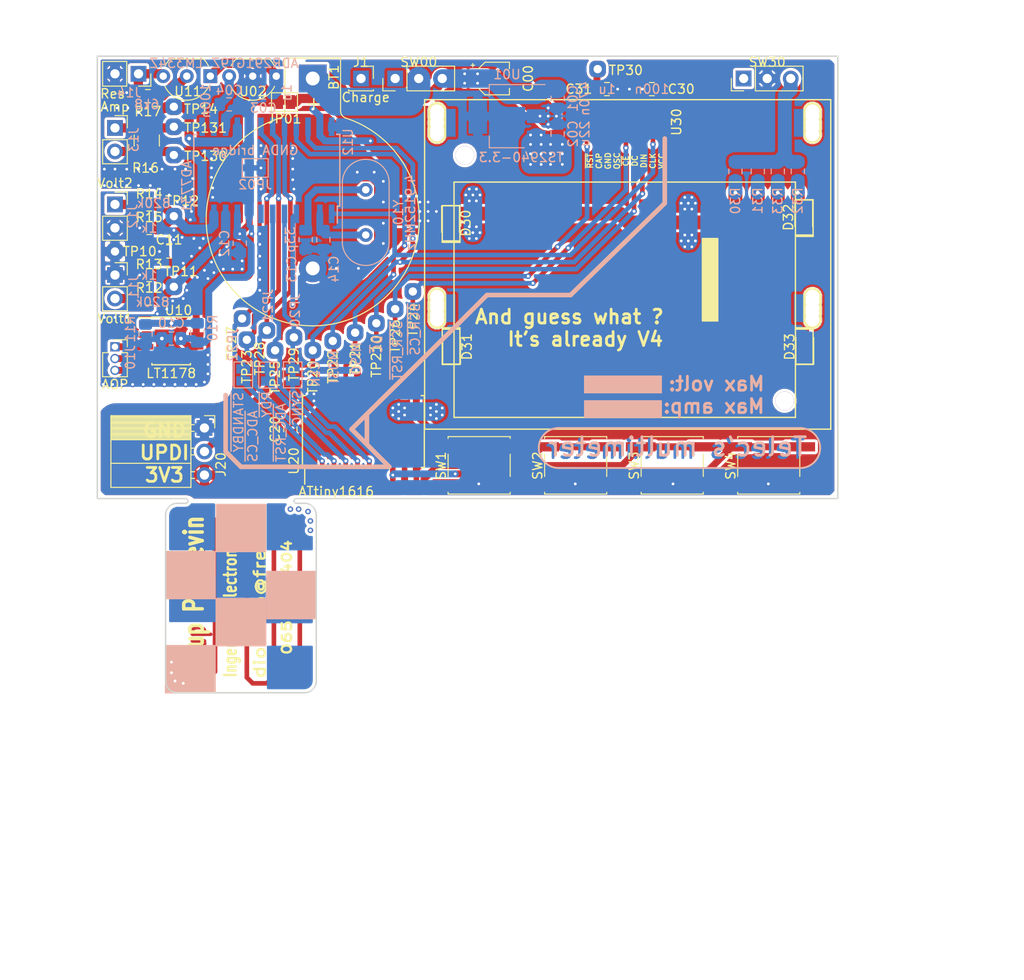
<source format=kicad_pcb>
(kicad_pcb (version 20171130) (host pcbnew "(5.0.2)-1")
  (layers (0 F.Cu signal) (31 B.Cu signal) (34 B.Paste user) (35 F.Paste user) (36 B.SilkS user) (37 F.SilkS user) (38 B.Mask user) (39 F.Mask user) (44 Edge.Cuts user))
  (net 0 "")
  (net 1 +BATT)
  (net 2 GNDD)
  (net 3 GNDA)
  (net 4 +2V5)
  (net 5 VDDA)
  (net 6 GNDREF)
  (net 7 "Net-(C13-Pad2)")
  (net 8 "Net-(C14-Pad1)")
  (net 9 +3V3)
  (net 10 "Net-(C31-Pad1)")
  (net 11 "Net-(D30-Pad1)")
  (net 12 "Net-(D31-Pad1)")
  (net 13 "Net-(D32-Pad1)")
  (net 14 "Net-(D33-Pad1)")
  (net 15 "Net-(J10-Pad1)")
  (net 16 "Net-(J10-Pad2)")
  (net 17 "Net-(J10-Pad3)")
  (net 18 /I-)
  (net 19 /I+)
  (net 20 /R)
  (net 21 /UPDI)
  (net 22 /~STANDBY)
  (net 23 "Net-(JP20-Pad2)")
  (net 24 /~SYNC)
  (net 25 "Net-(JP21-Pad2)")
  (net 26 "Net-(JP22-Pad2)")
  (net 27 /~RDY)
  (net 28 "Net-(R10-Pad2)")
  (net 29 /V1)
  (net 30 /V2)
  (net 31 "Net-(R17-Pad1)")
  (net 32 /LIGHT)
  (net 33 "Net-(BT1-Pad1)")
  (net 34 /SW1)
  (net 35 /SW2)
  (net 36 /SW3)
  (net 37 /SW4)
  (net 38 "Net-(SW30-Pad1)")
  (net 39 /CLK)
  (net 40 /MISO)
  (net 41 /MOSI)
  (net 42 /~ADC_CS)
  (net 43 /~SCR_CS)
  (net 44 /~ADC_RST)
  (net 45 /~SCR_RST)
  (net 46 "Net-(U12-Pad7)")
  (net 47 "Net-(U20-Pad7)")
  (net 48 /D~C)
  (net 49 "Net-(J11-Pad2)")
  (net 50 "Net-(J12-Pad1)")
  (net 51 "Net-(U20-Pad12)")
  (net 52 "Net-(J1-Pad1)")
  (module Button_Switch_SMD:SW_SPST_EVQQ2 (layer F.Cu) (at 74.082 56.229)
    (fp_text reference SW3 (at -4.105 0.032 90) (layer F.SilkS))
    (fp_text value SW_Push)
    (pad 2 smd rect (at 3.4 2) (size 3.2 1) (layers F.Cu F.Paste F.Mask) (net 2 GNDD))
    (pad 2 smd rect (at -3.4 2) (size 3.2 1) (layers F.Cu F.Paste F.Mask) (net 2 GNDD))
    (pad 1 smd rect (at -3.4 -2) (size 3.2 1) (layers F.Cu F.Paste F.Mask) (net 36 /SW3))
    (pad 1 smd rect (at 3.4 -2) (size 3.2 1) (layers F.Cu F.Paste F.Mask) (net 36 /SW3))
  )
  (module Button_Switch_SMD:SW_SPST_EVQQ2 (layer F.Cu) (at 63.668 56.229)
    (fp_text reference SW2 (at -4.105 0.032 90) (layer F.SilkS))
    (fp_text value SW_Push)
    (pad 1 smd rect (at 3.4 -2) (size 3.2 1) (layers F.Cu F.Paste F.Mask) (net 35 /SW2))
    (pad 1 smd rect (at -3.4 -2) (size 3.2 1) (layers F.Cu F.Paste F.Mask) (net 35 /SW2))
    (pad 2 smd rect (at -3.4 2) (size 3.2 1) (layers F.Cu F.Paste F.Mask) (net 2 GNDD))
    (pad 2 smd rect (at 3.4 2) (size 3.2 1) (layers F.Cu F.Paste F.Mask) (net 2 GNDD))
  )
  (module Button_Switch_SMD:SW_SPST_EVQQ2 (layer F.Cu) (at 53.254 56.229)
    (fp_text reference SW1 (at -4.105 0.032 90) (layer F.SilkS))
    (fp_text value SW_Push)
    (pad 2 smd rect (at 3.4 2) (size 3.2 1) (layers F.Cu F.Paste F.Mask) (net 2 GNDD))
    (pad 2 smd rect (at -3.4 2) (size 3.2 1) (layers F.Cu F.Paste F.Mask) (net 2 GNDD))
    (pad 1 smd rect (at -3.4 -2) (size 3.2 1) (layers F.Cu F.Paste F.Mask) (net 34 /SW1))
    (pad 1 smd rect (at 3.4 -2) (size 3.2 1) (layers F.Cu F.Paste F.Mask) (net 34 /SW1))
  )
  (module Button_Switch_SMD:SW_SPST_EVQQ2 (layer F.Cu) (at 84.496 56.229)
    (fp_text reference SW4 (at -4.105 0.032 90) (layer F.SilkS))
    (fp_text value SW_Push)
    (pad 1 smd rect (at 3.4 -2) (size 3.2 1) (layers F.Cu F.Paste F.Mask) (net 37 /SW4))
    (pad 1 smd rect (at -3.4 -2) (size 3.2 1) (layers F.Cu F.Paste F.Mask) (net 37 /SW4))
    (pad 2 smd rect (at -3.4 2) (size 3.2 1) (layers F.Cu F.Paste F.Mask) (net 2 GNDD))
    (pad 2 smd rect (at 3.4 2) (size 3.2 1) (layers F.Cu F.Paste F.Mask) (net 2 GNDD))
  )
  (module Capacitor_SMD:CP_Elec_3x5.4 (layer F.Cu) (at 54.761 14.478)
    (fp_text reference C00 (at 3.786 0 90) (layer F.SilkS))
    (fp_text value 10u)
    (pad 1 smd roundrect (at -1.5 0) (size 2.2 1.6) (layers F.Cu F.Paste F.Mask) (roundrect_rratio 0.15625) (net 1 +BATT))
    (pad 2 smd roundrect (at 1.5 0) (size 2.2 1.6) (layers F.Cu F.Paste F.Mask) (roundrect_rratio 0.15625) (net 2 GNDD))
  )
  (module Capacitor_SMD:C_0805_2012Metric_Pad1.15x1.40mm_HandSolder (layer B.Cu) (at 61.722 16.637 270)
    (fp_text reference C01 (at 0 -1.651 270) (layer B.SilkS) (effects (justify mirror)))
    (fp_text value 470n (at 0 -2.921 270) (layer B.SilkS) (effects (justify mirror)))
    (pad 1 smd roundrect (at -1.025 0 270) (size 1.15 1.4) (layers B.Cu B.Paste B.Mask) (roundrect_rratio 0.217391) (net 1 +BATT))
    (pad 2 smd roundrect (at 1.025 0 270) (size 1.15 1.4) (layers B.Cu B.Paste B.Mask) (roundrect_rratio 0.217391) (net 2 GNDD))
  )
  (module Capacitor_SMD:C_0805_2012Metric_Pad1.15x1.40mm_HandSolder (layer B.Cu) (at 29.972 16.002 180)
    (fp_text reference C03 (at 0 -1.651 180) (layer B.SilkS) (effects (justify mirror)))
    (fp_text value 1u (at -2.54 0 270) (layer B.SilkS) (effects (justify mirror)))
    (pad 2 smd roundrect (at 1.025 0 180) (size 1.15 1.4) (layers B.Cu B.Paste B.Mask) (roundrect_rratio 0.217391) (net 3 GNDA))
    (pad 1 smd roundrect (at -1.025 0 180) (size 1.15 1.4) (layers B.Cu B.Paste B.Mask) (roundrect_rratio 0.217391) (net 5 VDDA))
  )
  (module Capacitor_SMD:C_0805_2012Metric_Pad1.15x1.40mm_HandSolder (layer B.Cu) (at 61.722 20.456 90)
    (fp_text reference C02 (at 0 1.65 90) (layer B.SilkS) (effects (justify mirror)))
    (fp_text value 22u (at 0.009 2.921 90) (layer B.SilkS) (effects (justify mirror)))
    (pad 1 smd roundrect (at -1.025 0 90) (size 1.15 1.4) (layers B.Cu B.Paste B.Mask) (roundrect_rratio 0.217391) (net 9 +3V3))
    (pad 2 smd roundrect (at 1.025 0 90) (size 1.15 1.4) (layers B.Cu B.Paste B.Mask) (roundrect_rratio 0.217391) (net 2 GNDD))
  )
  (module Jumper:SolderJumper-2_P1.3mm_Bridged_Pad1.0x1.5mm (layer F.Cu) (at 32.258 17.018 180)
    (fp_text reference JP01 (at 0 -1.8 180) (layer F.SilkS))
    (fp_text value "VDDA bridge")
    (pad 2 smd rect (at 0.65 0 180) (size 1 1.5) (layers F.Cu F.Mask) (net 5 VDDA))
    (pad 1 smd custom (at -0.65 0 180) (size 1 1.5) (layers F.Cu F.Mask) (net 1 +BATT) (options (clearance outline) (anchor rect)) (primitives (gr_poly (pts (xy 0.4 -0.3) (xy 0.9 -0.3) (xy 0.9 0.3) (xy 0.4 0.3)) (width 0))))
  )
  (module Jumper:SolderJumper-2_P1.3mm_Bridged_Pad1.0x1.5mm (layer B.Cu) (at 29.098 24.13)
    (fp_text reference JP02 (at 0 1.8) (layer B.SilkS) (effects (justify mirror)))
    (fp_text value "GNDA bridge" (at 0 -1.9) (layer B.SilkS) (effects (justify mirror)))
    (pad 1 smd custom (at -0.65 0) (size 1 1.5) (layers B.Cu B.Mask) (net 3 GNDA) (options (clearance outline) (anchor rect)) (primitives (gr_poly (pts (xy 0.4 0.3) (xy 0.9 0.3) (xy 0.9 -0.3) (xy 0.4 -0.3)) (width 0))))
    (pad 2 smd rect (at 0.65 0) (size 1 1.5) (layers B.Cu B.Mask) (net 2 GNDD))
  )
  (module Package_TO_SOT_SMD:SOT-223-3_TabPin2 (layer B.Cu) (at 56.261 18.542 180)
    (fp_text reference U01 (at 0 4.5 180) (layer B.SilkS) (effects (justify mirror)))
    (fp_text value TS2940-3.3 (at -1.524 -4.445 180) (layer B.SilkS) (effects (justify mirror)))
    (pad 2 smd rect (at 3.15 0 180) (size 2 3.8) (layers B.Cu B.Paste B.Mask) (net 2 GNDD))
    (pad 2 smd rect (at -3.15 0 180) (size 2 1.5) (layers B.Cu B.Paste B.Mask) (net 2 GNDD))
    (pad 3 smd rect (at -3.15 -2.3 180) (size 2 1.5) (layers B.Cu B.Paste B.Mask) (net 9 +3V3))
    (pad 1 smd rect (at -3.15 2.3 180) (size 2 1.5) (layers B.Cu B.Paste B.Mask) (net 1 +BATT))
  )
  (module Package_TO_SOT_THT:TO-92_Inline_Wide (layer F.Cu) (at 31.369 14.224 180)
    (fp_text reference U02 (at 2.54 -1.651 180) (layer F.SilkS))
    (fp_text value ADR291GT9Z (at 2.286 1.397 180) (layer B.SilkS) (effects (justify mirror)))
    (pad 1 thru_hole rect (at 0 0 270) (size 1.5 1.5) (drill 0.8) (layers *.Cu *.Mask) (net 5 VDDA))
    (pad 3 thru_hole circle (at 5.08 0 270) (size 1.5 1.5) (drill 0.8) (layers *.Cu *.Mask) (net 4 +2V5))
    (pad 2 thru_hole circle (at 2.54 0 270) (size 1.5 1.5) (drill 0.8) (layers *.Cu *.Mask) (net 3 GNDA))
  )
  (module perso:NOKIA_3310_LCD (layer F.Cu) (at 68.961 16.764)
    (fp_text reference U30 (at 5.588 2.413 90) (layer F.SilkS))
    (fp_text value Nokia_3310_LCD)
    (pad "" thru_hole circle (at 17.25 32.5) (size 2 2) (drill 2) (layers *.Cu))
    (pad "" np_thru_hole circle (at 20.25 23) (size 1.5 1.5) (drill 1.5) (layers *.Mask B.Cu F.SilkS))
    (pad "" np_thru_hole circle (at 20.25 21.75) (size 1.5 1.5) (drill 1.5) (layers *.Mask B.Cu F.SilkS))
    (pad "" np_thru_hole circle (at -20.25 23.25) (size 1.5 1.5) (drill 1.5) (layers *.Mask B.Cu F.SilkS))
    (pad "" np_thru_hole circle (at -20.25 22) (size 1.5 1.5) (drill 1.5) (layers *.Mask B.Cu F.SilkS))
    (pad "" np_thru_hole circle (at -20.25 23.75) (size 1.5 1.5) (drill 1.5) (layers *.Mask B.Cu F.SilkS))
    (pad "" np_thru_hole circle (at -20.25 21.25) (size 1.5 1.5) (drill 1.5) (layers *.Mask B.Cu F.SilkS))
    (pad "" np_thru_hole circle (at -20.25 3.75) (size 1.5 1.5) (drill 1.5) (layers *.Mask B.Cu F.SilkS))
    (pad "" np_thru_hole circle (at -20.25 3.25) (size 1.5 1.5) (drill 1.5) (layers *.Mask B.Cu F.SilkS))
    (pad "" np_thru_hole circle (at -20.25 1.25) (size 1.5 1.5) (drill 1.5) (layers *.Mask B.Cu F.SilkS))
    (pad "" np_thru_hole circle (at -20.25 1.75) (size 1.5 1.5) (drill 1.5) (layers *.Mask B.Cu F.SilkS))
    (pad "" np_thru_hole circle (at 20.25 23.75) (size 1.5 1.5) (drill 1.5) (layers *.Mask B.Cu F.SilkS))
    (pad "" np_thru_hole circle (at 20.25 21.25) (size 1.5 1.5) (drill 1.5) (layers *.Mask B.Cu F.SilkS))
    (pad "" np_thru_hole circle (at 20.25 3) (size 1.5 1.5) (drill 1.5) (layers *.Mask B.Cu F.SilkS))
    (pad "" smd rect (at 19 2.5) (size 1.5 3) (layers B.Cu B.Paste B.Mask))
    (pad "" smd rect (at 19 22.5) (size 1.5 3) (layers B.Cu B.Paste B.Mask))
    (pad "" smd rect (at -19 22.5) (size 1.5 3) (layers B.Cu B.Paste B.Mask))
    (pad "" smd rect (at -19 2.5) (size 1.5 3) (layers B.Cu B.Paste B.Mask))
    (pad "" np_thru_hole oval (at 20.25 22.5) (size 2 4.5) (drill 1.5) (layers *.Mask B.Cu F.SilkS))
    (pad "" np_thru_hole oval (at -20.25 22.5) (size 2 4.5) (drill 1.5) (layers *.Mask B.Cu F.SilkS))
    (pad "" np_thru_hole oval (at 20.25 2.5) (size 2 4.5) (drill 1.5) (layers *.Mask B.Cu F.SilkS))
    (pad "" np_thru_hole oval (at -20.25 2.5) (size 2 4.5) (drill 1.5) (layers *.Mask B.Cu F.SilkS))
    (pad 9 smd rect (at 4 2.5) (size 0.6 3) (layers F.Cu F.Paste F.Mask) (net 9 +3V3))
    (pad 8 smd rect (at 3 2.5) (size 0.6 3) (layers F.Cu F.Paste F.Mask) (net 39 /CLK))
    (pad 7 smd rect (at 2 2.5) (size 0.6 3) (layers F.Cu F.Paste F.Mask) (net 41 /MOSI))
    (pad 6 smd rect (at 1 2.5) (size 0.6 3) (layers F.Cu F.Paste F.Mask) (net 48 /D~C))
    (pad 1 smd rect (at -4 2.5) (size 0.6 3) (layers F.Cu F.Paste F.Mask) (net 45 /~SCR_RST))
    (pad 2 smd rect (at -3 2.5) (size 0.6 3) (layers F.Cu F.Paste F.Mask) (net 10 "Net-(C31-Pad1)"))
    (pad 5 smd rect (at 0 2.5) (size 0.6 3) (layers F.Cu F.Paste F.Mask) (net 43 /~SCR_CS))
    (pad 4 smd rect (at -1 2.5) (size 0.6 3) (layers F.Cu F.Paste F.Mask) (net 9 +3V3))
    (pad 3 smd rect (at -2 2.5) (size 0.6 3) (layers F.Cu F.Paste F.Mask) (net 2 GNDD))
    (pad "" np_thru_hole circle (at 20.25 1.25) (size 1.5 1.5) (drill 1.5) (layers *.Mask B.Cu F.SilkS))
    (pad "" np_thru_hole circle (at 20.25 3.75) (size 1.5 1.5) (drill 1.5) (layers *.Mask B.Cu F.SilkS))
    (pad "" np_thru_hole circle (at 20.25 1.75) (size 1.5 1.5) (drill 1.5) (layers *.Mask B.Cu F.SilkS))
    (pad "" thru_hole circle (at -17.25 6) (size 2 2) (drill 2) (layers *.Cu))
  )
  (module perso:Probing_pad (layer F.Cu) (at 44.196 37.465)
    (fp_text reference TP26 (at 0 4.826 90) (layer F.SilkS))
    (fp_text value ~SCR_RST (at 0.254 6.35 90) (layer B.SilkS) (effects (justify mirror)))
    (pad 1 thru_hole roundrect (at 0 1.905) (size 1.8 1.8) (drill 0.9) (layers *.Cu *.Mask) (roundrect_rratio 0.35) (net 45 /~SCR_RST))
  )
  (module Battery:BatteryHolder_Keystone_103_1x20mm (layer F.Cu) (at 35.306 14.478 270)
    (fp_text reference BT1 (at -0.127 -2.286 270) (layer F.SilkS))
    (fp_text value Battery_Cell)
    (fp_text user + (at 2.75 0 270) (layer F.SilkS) (effects (font (size 1.5 1.5))))
    (pad 2 thru_hole circle (at 20.49 0 270) (size 3 3) (drill 1.5) (layers *.Cu *.Mask) (net 2 GNDD))
    (pad 1 thru_hole rect (at 0 0 270) (size 3 3) (drill 1.5) (layers *.Cu *.Mask) (net 33 "Net-(BT1-Pad1)"))
  )
  (module Package_SO:SOIC-20W_7.5x12.8mm_P1.27mm (layer F.Cu) (at 40.767 52.578 90)
    (fp_text reference U20 (at -3.175 -7.493 90) (layer F.SilkS))
    (fp_text value ATtiny1616 (at -6.477 -2.921 180) (layer F.SilkS))
    (pad 20 smd rect (at 4.7 -5.715 90) (size 1.95 0.6) (layers F.Cu F.Paste F.Mask) (net 2 GNDD))
    (pad 19 smd rect (at 4.7 -4.445 90) (size 1.95 0.6) (layers F.Cu F.Paste F.Mask) (net 39 /CLK))
    (pad 18 smd rect (at 4.7 -3.175 90) (size 1.95 0.6) (layers F.Cu F.Paste F.Mask) (net 41 /MOSI))
    (pad 17 smd rect (at 4.7 -1.905 90) (size 1.95 0.6) (layers F.Cu F.Paste F.Mask) (net 40 /MISO))
    (pad 16 smd rect (at 4.7 -0.635 90) (size 1.95 0.6) (layers F.Cu F.Paste F.Mask) (net 21 /UPDI))
    (pad 15 smd rect (at 4.7 0.635 90) (size 1.95 0.6) (layers F.Cu F.Paste F.Mask) (net 48 /D~C))
    (pad 14 smd rect (at 4.7 1.905 90) (size 1.95 0.6) (layers F.Cu F.Paste F.Mask) (net 45 /~SCR_RST))
    (pad 13 smd rect (at 4.7 3.175 90) (size 1.95 0.6) (layers F.Cu F.Paste F.Mask) (net 43 /~SCR_CS))
    (pad 12 smd rect (at 4.7 4.445 90) (size 1.95 0.6) (layers F.Cu F.Paste F.Mask) (net 51 "Net-(U20-Pad12)"))
    (pad 11 smd rect (at 4.7 5.715 90) (size 1.95 0.6) (layers F.Cu F.Paste F.Mask) (net 34 /SW1))
    (pad 10 smd rect (at -4.7 5.715 90) (size 1.95 0.6) (layers F.Cu F.Paste F.Mask) (net 35 /SW2))
    (pad 9 smd rect (at -4.7 4.445 90) (size 1.95 0.6) (layers F.Cu F.Paste F.Mask) (net 36 /SW3))
    (pad 8 smd rect (at -4.7 3.175 90) (size 1.95 0.6) (layers F.Cu F.Paste F.Mask) (net 37 /SW4))
    (pad 7 smd rect (at -4.7 1.905 90) (size 1.95 0.6) (layers F.Cu F.Paste F.Mask) (net 47 "Net-(U20-Pad7)"))
    (pad 6 smd rect (at -4.7 0.635 90) (size 1.95 0.6) (layers F.Cu F.Paste F.Mask) (net 23 "Net-(JP20-Pad2)"))
    (pad 5 smd rect (at -4.7 -0.635 90) (size 1.95 0.6) (layers F.Cu F.Paste F.Mask) (net 44 /~ADC_RST))
    (pad 4 smd rect (at -4.7 -1.905 90) (size 1.95 0.6) (layers F.Cu F.Paste F.Mask) (net 25 "Net-(JP21-Pad2)"))
    (pad 3 smd rect (at -4.7 -3.175 90) (size 1.95 0.6) (layers F.Cu F.Paste F.Mask) (net 42 /~ADC_CS))
    (pad 2 smd rect (at -4.7 -4.445 90) (size 1.95 0.6) (layers F.Cu F.Paste F.Mask) (net 26 "Net-(JP22-Pad2)"))
    (pad 1 smd rect (at -4.7 -5.715 90) (size 1.95 0.6) (layers F.Cu F.Paste F.Mask) (net 9 +3V3))
  )
  (module LED_SMD:LED_0805_2012Metric_Pad1.15x1.40mm_HandSolder (layer F.Cu) (at 88.392 43.434 90)
    (fp_text reference D33 (at 0 -1.65 90) (layer F.SilkS))
    (fp_text value LED_ALT)
    (pad 2 smd roundrect (at 1.025 0 90) (size 1.15 1.4) (layers F.Cu F.Paste F.Mask) (roundrect_rratio 0.217391) (net 9 +3V3))
    (pad 1 smd roundrect (at -1.025 0 90) (size 1.15 1.4) (layers F.Cu F.Paste F.Mask) (roundrect_rratio 0.217391) (net 14 "Net-(D33-Pad1)"))
  )
  (module LED_SMD:LED_0805_2012Metric_Pad1.15x1.40mm_HandSolder (layer F.Cu) (at 50.292 43.425 90)
    (fp_text reference D31 (at 0 1.651 90) (layer F.SilkS))
    (fp_text value LED_ALT)
    (pad 1 smd roundrect (at -1.025 0 90) (size 1.15 1.4) (layers F.Cu F.Paste F.Mask) (roundrect_rratio 0.217391) (net 12 "Net-(D31-Pad1)"))
    (pad 2 smd roundrect (at 1.025 0 90) (size 1.15 1.4) (layers F.Cu F.Paste F.Mask) (roundrect_rratio 0.217391) (net 9 +3V3))
  )
  (module LED_SMD:LED_0805_2012Metric_Pad1.15x1.40mm_HandSolder (layer F.Cu) (at 50.165 30.09 270)
    (fp_text reference D30 (at 0 -1.65 270) (layer F.SilkS))
    (fp_text value LED_ALT)
    (pad 2 smd roundrect (at 1.025 0 270) (size 1.15 1.4) (layers F.Cu F.Paste F.Mask) (roundrect_rratio 0.217391) (net 9 +3V3))
    (pad 1 smd roundrect (at -1.025 0 270) (size 1.15 1.4) (layers F.Cu F.Paste F.Mask) (roundrect_rratio 0.217391) (net 11 "Net-(D30-Pad1)"))
  )
  (module LED_SMD:LED_0805_2012Metric_Pad1.15x1.40mm_HandSolder (layer F.Cu) (at 88.265 29.464 270)
    (fp_text reference D32 (at 0 1.651 270) (layer F.SilkS))
    (fp_text value LED_ALT)
    (pad 1 smd roundrect (at -1.025 0 270) (size 1.15 1.4) (layers F.Cu F.Paste F.Mask) (roundrect_rratio 0.217391) (net 13 "Net-(D32-Pad1)"))
    (pad 2 smd roundrect (at 1.025 0 270) (size 1.15 1.4) (layers F.Cu F.Paste F.Mask) (roundrect_rratio 0.217391) (net 9 +3V3))
  )
  (module Connector_PinSocket_2.54mm:PinSocket_1x01_P2.54mm_Vertical (layer F.Cu) (at 40.513 14.478)
    (fp_text reference J1 (at 0 -1.778) (layer F.SilkS))
    (fp_text value Charge (at 0.508 2.032) (layer F.SilkS))
    (pad 1 thru_hole rect (at 0 0) (size 1.7 1.7) (drill 1) (layers *.Cu *.Mask) (net 52 "Net-(J1-Pad1)"))
  )
  (module Capacitor_SMD:C_0805_2012Metric_Pad1.15x1.40mm_HandSolder (layer B.Cu) (at 26.289 17.272)
    (fp_text reference C04 (at 0 -1.524) (layer B.SilkS) (effects (justify mirror)))
    (fp_text value 100n (at -2.54 -0.381 90) (layer B.SilkS) (effects (justify mirror)))
    (pad 2 smd roundrect (at 1.025 0) (size 1.15 1.4) (layers B.Cu B.Paste B.Mask) (roundrect_rratio 0.217391) (net 3 GNDA))
    (pad 1 smd roundrect (at -1.025 0) (size 1.15 1.4) (layers B.Cu B.Paste B.Mask) (roundrect_rratio 0.217391) (net 4 +2V5))
  )
  (module Crystal:Crystal_HC49-4H_Vertical (layer B.Cu) (at 41.021 31.369 90)
    (fp_text reference Y10 (at 2.44 3.525 90) (layer B.SilkS) (effects (justify mirror)))
    (fp_text value 4.9152MHz (at 2.413 4.826 90) (layer B.SilkS) (effects (justify mirror)))
    (pad 1 thru_hole circle (at 0 0 90) (size 1.5 1.5) (drill 0.8) (layers *.Cu *.Mask) (net 8 "Net-(C14-Pad1)"))
    (pad 2 thru_hole circle (at 4.88 0 90) (size 1.5 1.5) (drill 0.8) (layers *.Cu *.Mask) (net 7 "Net-(C13-Pad2)"))
  )
  (module Capacitor_SMD:C_0805_2012Metric_Pad1.15x1.40mm_HandSolder (layer B.Cu) (at 34.544 31.868 90)
    (fp_text reference C13 (at -3.184 -1.524 90) (layer B.SilkS) (effects (justify mirror)))
    (fp_text value 33p (at 0 -1.65 90) (layer B.SilkS) (effects (justify mirror)))
    (pad 2 smd roundrect (at 1.025 0 90) (size 1.15 1.4) (layers B.Cu B.Paste B.Mask) (roundrect_rratio 0.217391) (net 7 "Net-(C13-Pad2)"))
    (pad 1 smd roundrect (at -1.025 0 90) (size 1.15 1.4) (layers B.Cu B.Paste B.Mask) (roundrect_rratio 0.217391) (net 2 GNDD))
  )
  (module Capacitor_SMD:C_0805_2012Metric_Pad1.15x1.40mm_HandSolder (layer B.Cu) (at 36.449 31.877 270)
    (fp_text reference C14 (at 3.175 -1.143 270) (layer B.SilkS) (effects (justify mirror)))
    (fp_text value 33p)
    (pad 1 smd roundrect (at -1.025 0 270) (size 1.15 1.4) (layers B.Cu B.Paste B.Mask) (roundrect_rratio 0.217391) (net 8 "Net-(C14-Pad1)"))
    (pad 2 smd roundrect (at 1.025 0 270) (size 1.15 1.4) (layers B.Cu B.Paste B.Mask) (roundrect_rratio 0.217391) (net 2 GNDD))
  )
  (module perso:Probing_pad (layer F.Cu) (at 42.164 38.989)
    (fp_text reference TP210 (at 0 5.461 90) (layer F.SilkS))
    (fp_text value D~C (at 0.127 4.191 90) (layer B.SilkS) (effects (justify mirror)))
    (pad 1 thru_hole roundrect (at 0 1.905) (size 1.8 1.8) (drill 0.9) (layers *.Cu *.Mask) (roundrect_rratio 0.35) (net 48 /D~C))
  )
  (module Capacitor_SMD:C_0805_2012Metric_Pad1.15x1.40mm_HandSolder (layer B.Cu) (at 20.057 42.545 180)
    (fp_text reference C10 (at 0 1.65 180) (layer B.SilkS) (effects (justify mirror)))
    (fp_text value 100n)
    (pad 2 smd roundrect (at 1.025 0 180) (size 1.15 1.4) (layers B.Cu B.Paste B.Mask) (roundrect_rratio 0.217391) (net 3 GNDA))
    (pad 1 smd roundrect (at -1.025 0 180) (size 1.15 1.4) (layers B.Cu B.Paste B.Mask) (roundrect_rratio 0.217391) (net 5 VDDA))
  )
  (module Capacitor_SMD:C_0805_2012Metric_Pad1.15x1.40mm_HandSolder (layer F.Cu) (at 19.803 33.147)
    (fp_text reference C11 (at 0.009 -1.27) (layer F.SilkS))
    (fp_text value 100n)
    (pad 2 smd roundrect (at 1.025 0) (size 1.15 1.4) (layers F.Cu F.Paste F.Mask) (roundrect_rratio 0.217391) (net 3 GNDA))
    (pad 1 smd roundrect (at -1.025 0) (size 1.15 1.4) (layers F.Cu F.Paste F.Mask) (roundrect_rratio 0.217391) (net 6 GNDREF))
  )
  (module Capacitor_SMD:C_0805_2012Metric_Pad1.15x1.40mm_HandSolder (layer B.Cu) (at 27.432 32.267 270)
    (fp_text reference C12 (at 0 1.65 270) (layer B.SilkS) (effects (justify mirror)))
    (fp_text value 100n)
    (pad 2 smd roundrect (at 1.025 0 270) (size 1.15 1.4) (layers B.Cu B.Paste B.Mask) (roundrect_rratio 0.217391) (net 3 GNDA))
    (pad 1 smd roundrect (at -1.025 0 270) (size 1.15 1.4) (layers B.Cu B.Paste B.Mask) (roundrect_rratio 0.217391) (net 5 VDDA))
  )
  (module Capacitor_SMD:C_0805_2012Metric_Pad1.15x1.40mm_HandSolder (layer F.Cu) (at 32.893 52.333 90)
    (fp_text reference C20 (at 0 -1.65 90) (layer F.SilkS))
    (fp_text value 100n)
    (pad 2 smd roundrect (at 1.025 0 90) (size 1.15 1.4) (layers F.Cu F.Paste F.Mask) (roundrect_rratio 0.217391) (net 2 GNDD))
    (pad 1 smd roundrect (at -1.025 0 90) (size 1.15 1.4) (layers F.Cu F.Paste F.Mask) (roundrect_rratio 0.217391) (net 9 +3V3))
  )
  (module Capacitor_SMD:C_0805_2012Metric_Pad1.15x1.40mm_HandSolder (layer F.Cu) (at 71.891 15.621 180)
    (fp_text reference C30 (at -3.166 0 180) (layer F.SilkS))
    (fp_text value 100n (at 0.009 0 180) (layer B.SilkS) (effects (justify mirror)))
    (pad 2 smd roundrect (at 1.025 0 180) (size 1.15 1.4) (layers F.Cu F.Paste F.Mask) (roundrect_rratio 0.217391) (net 2 GNDD))
    (pad 1 smd roundrect (at -1.025 0 180) (size 1.15 1.4) (layers F.Cu F.Paste F.Mask) (roundrect_rratio 0.217391) (net 9 +3V3))
  )
  (module Capacitor_SMD:C_0805_2012Metric_Pad1.15x1.40mm_HandSolder (layer F.Cu) (at 67.047 15.621)
    (fp_text reference C31 (at -3.039 0) (layer F.SilkS))
    (fp_text value 1u (at 0 0) (layer B.SilkS) (effects (justify mirror)))
    (pad 2 smd roundrect (at 1.025 0) (size 1.15 1.4) (layers F.Cu F.Paste F.Mask) (roundrect_rratio 0.217391) (net 2 GNDD))
    (pad 1 smd roundrect (at -1.025 0) (size 1.15 1.4) (layers F.Cu F.Paste F.Mask) (roundrect_rratio 0.217391) (net 10 "Net-(C31-Pad1)"))
  )
  (module Connector_PinSocket_1.27mm:PinSocket_1x03_P1.27mm_Vertical (layer F.Cu) (at 13.97 43.434)
    (fp_text reference J10 (at 1.651 1.143 90) (layer B.SilkS) (effects (justify mirror)))
    (fp_text value AOP (at 0 4.064) (layer F.SilkS))
    (pad 3 thru_hole oval (at 0 2.54) (size 1 1) (drill 0.7) (layers *.Cu *.Mask) (net 17 "Net-(J10-Pad3)"))
    (pad 2 thru_hole oval (at 0 1.27) (size 1 1) (drill 0.7) (layers *.Cu *.Mask) (net 16 "Net-(J10-Pad2)"))
    (pad 1 thru_hole rect (at 0 0) (size 1 1) (drill 0.7) (layers *.Cu *.Mask) (net 15 "Net-(J10-Pad1)"))
  )
  (module Connector_PinSocket_2.54mm:PinSocket_1x02_P2.54mm_Vertical (layer F.Cu) (at 13.97 35.687)
    (fp_text reference J11 (at 2.032 1.27 90) (layer B.SilkS) (effects (justify mirror)))
    (fp_text value Volt1 (at 0 4.699) (layer F.SilkS))
    (pad 2 thru_hole oval (at 0 2.54) (size 1.7 1.7) (drill 1) (layers *.Cu *.Mask) (net 49 "Net-(J11-Pad2)"))
    (pad 1 thru_hole rect (at 0 0) (size 1.7 1.7) (drill 1) (layers *.Cu *.Mask) (net 6 GNDREF))
  )
  (module Connector_PinSocket_2.54mm:PinSocket_1x02_P2.54mm_Vertical (layer F.Cu) (at 13.97 28.067)
    (fp_text reference J12 (at 1.905 1.27 90) (layer B.SilkS) (effects (justify mirror)))
    (fp_text value Volt2 (at 0 -2.286) (layer F.SilkS))
    (pad 2 thru_hole oval (at 0 2.54) (size 1.7 1.7) (drill 1) (layers *.Cu *.Mask) (net 6 GNDREF))
    (pad 1 thru_hole rect (at 0 0) (size 1.7 1.7) (drill 1) (layers *.Cu *.Mask) (net 50 "Net-(J12-Pad1)"))
  )
  (module Connector_PinSocket_2.54mm:PinSocket_1x02_P2.54mm_Vertical (layer F.Cu) (at 13.97 19.812)
    (fp_text reference J13 (at 2.032 1.27 90) (layer B.SilkS) (effects (justify mirror)))
    (fp_text value Amp (at 0 -2.286) (layer F.SilkS))
    (pad 2 thru_hole oval (at 0 2.54) (size 1.7 1.7) (drill 1) (layers *.Cu *.Mask) (net 19 /I+))
    (pad 1 thru_hole rect (at 0 0) (size 1.7 1.7) (drill 1) (layers *.Cu *.Mask) (net 18 /I-))
  )
  (module Connector_PinSocket_2.54mm:PinSocket_1x02_P2.54mm_Vertical (layer F.Cu) (at 16.51 13.97 270)
    (fp_text reference J14 (at 2.032 1.016) (layer B.SilkS) (effects (justify mirror)))
    (fp_text value Res (at 2.159 2.794) (layer F.SilkS))
    (pad 2 thru_hole oval (at 0 2.54 270) (size 1.7 1.7) (drill 1) (layers *.Cu *.Mask) (net 3 GNDA))
    (pad 1 thru_hole rect (at 0 0 270) (size 1.7 1.7) (drill 1) (layers *.Cu *.Mask) (net 20 /R))
  )
  (module Connector_PinSocket_2.54mm:PinSocket_1x03_P2.54mm_Horizontal (layer F.Cu) (at 23.622 52.197)
    (fp_text reference J20 (at 1.778 3.937 90) (layer F.SilkS))
    (fp_text value UPDI)
    (pad 3 thru_hole oval (at 0 5.08) (size 1.7 1.7) (drill 1) (layers *.Cu *.Mask) (net 9 +3V3))
    (pad 2 thru_hole oval (at 0 2.54) (size 1.7 1.7) (drill 1) (layers *.Cu *.Mask) (net 21 /UPDI))
    (pad 1 thru_hole rect (at 0 0) (size 1.7 1.7) (drill 1) (layers *.Cu *.Mask) (net 2 GNDD))
  )
  (module Jumper:SolderJumper-2_P1.3mm_Bridged_Pad1.0x1.5mm (layer B.Cu) (at 33.147 46.467 270)
    (fp_text reference JP20 (at -6.97 -0.254 90) (layer B.SilkS) (effects (justify mirror)))
    (fp_text value SolderJumper_2_Bridged)
    (pad 2 smd rect (at 0.65 0 270) (size 1 1.5) (layers B.Cu B.Mask) (net 23 "Net-(JP20-Pad2)"))
    (pad 1 smd custom (at -0.65 0 270) (size 1 1.5) (layers B.Cu B.Mask) (net 24 /~SYNC) (options (clearance outline) (anchor rect)) (primitives (gr_poly (pts (xy 0.4 0.3) (xy 0.9 0.3) (xy 0.9 -0.3) (xy 0.4 -0.3)) (width 0))))
  )
  (module Jumper:SolderJumper-2_P1.3mm_Bridged_Pad1.0x1.5mm (layer B.Cu) (at 30.48 46.482 270)
    (fp_text reference JP21 (at -7.493 0 90) (layer B.SilkS) (effects (justify mirror)))
    (fp_text value SolderJumper_2_Bridged)
    (pad 2 smd rect (at 0.65 0 270) (size 1 1.5) (layers B.Cu B.Mask) (net 25 "Net-(JP21-Pad2)"))
    (pad 1 smd custom (at -0.65 0 270) (size 1 1.5) (layers B.Cu B.Mask) (net 27 /~RDY) (options (clearance outline) (anchor rect)) (primitives (gr_poly (pts (xy 0.4 0.3) (xy 0.9 0.3) (xy 0.9 -0.3) (xy 0.4 -0.3)) (width 0))))
  )
  (module Jumper:SolderJumper-2_P1.3mm_Bridged_Pad1.0x1.5mm (layer B.Cu) (at 27.813 46.467 270)
    (fp_text reference JP22 (at -3.287 1.143 90) (layer B.SilkS) (effects (justify mirror)))
    (fp_text value SolderJumper_2_Bridged)
    (pad 2 smd rect (at 0.65 0 270) (size 1 1.5) (layers B.Cu B.Mask) (net 26 "Net-(JP22-Pad2)"))
    (pad 1 smd custom (at -0.65 0 270) (size 1 1.5) (layers B.Cu B.Mask) (net 22 /~STANDBY) (options (clearance outline) (anchor rect)) (primitives (gr_poly (pts (xy 0.4 0.3) (xy 0.9 0.3) (xy 0.9 -0.3) (xy 0.4 -0.3)) (width 0))))
  )
  (module Resistor_SMD:R_0805_2012Metric_Pad1.15x1.40mm_HandSolder (layer B.Cu) (at 22.86 41.919 90)
    (fp_text reference R10 (at 0.517 1.65 90) (layer B.SilkS) (effects (justify mirror)))
    (fp_text value 100k)
    (pad 2 smd roundrect (at 1.025 0 90) (size 1.15 1.4) (layers B.Cu B.Paste B.Mask) (roundrect_rratio 0.217391) (net 28 "Net-(R10-Pad2)"))
    (pad 1 smd roundrect (at -1.025 0 90) (size 1.15 1.4) (layers B.Cu B.Paste B.Mask) (roundrect_rratio 0.217391) (net 5 VDDA))
  )
  (module Resistor_SMD:R_0805_2012Metric_Pad1.15x1.40mm_HandSolder (layer B.Cu) (at 17.272 42.046 270)
    (fp_text reference R11 (at -0.517 1.651 270) (layer B.SilkS) (effects (justify mirror)))
    (fp_text value 100k)
    (pad 2 smd roundrect (at 1.025 0 270) (size 1.15 1.4) (layers B.Cu B.Paste B.Mask) (roundrect_rratio 0.217391) (net 3 GNDA))
    (pad 1 smd roundrect (at -1.025 0 270) (size 1.15 1.4) (layers B.Cu B.Paste B.Mask) (roundrect_rratio 0.217391) (net 28 "Net-(R10-Pad2)"))
  )
  (module Resistor_SMD:R_0805_2012Metric_Pad1.15x1.40mm_HandSolder (layer F.Cu) (at 17.662 38.227)
    (fp_text reference R12 (at 0 -1.143) (layer F.SilkS))
    (fp_text value 820k (at 0.372 0.381) (layer B.SilkS) (effects (justify mirror)))
    (pad 2 smd roundrect (at 1.025 0) (size 1.15 1.4) (layers F.Cu F.Paste F.Mask) (roundrect_rratio 0.217391) (net 29 /V1))
    (pad 1 smd roundrect (at -1.025 0) (size 1.15 1.4) (layers F.Cu F.Paste F.Mask) (roundrect_rratio 0.217391) (net 49 "Net-(J11-Pad2)"))
  )
  (module Resistor_SMD:R_0805_2012Metric_Pad1.15x1.40mm_HandSolder (layer F.Cu) (at 17.662 35.687)
    (fp_text reference R13 (at -0.009 -1.143) (layer F.SilkS))
    (fp_text value 1k (at 0 0) (layer B.SilkS) (effects (justify mirror)))
    (pad 2 smd roundrect (at 1.025 0) (size 1.15 1.4) (layers F.Cu F.Paste F.Mask) (roundrect_rratio 0.217391) (net 29 /V1))
    (pad 1 smd roundrect (at -1.025 0) (size 1.15 1.4) (layers F.Cu F.Paste F.Mask) (roundrect_rratio 0.217391) (net 6 GNDREF))
  )
  (module Resistor_SMD:R_0805_2012Metric_Pad1.15x1.40mm_HandSolder (layer F.Cu) (at 17.662 28.067)
    (fp_text reference R14 (at -0.009 -1.143) (layer F.SilkS))
    (fp_text value 820k (at 0.499 -0.127) (layer B.SilkS) (effects (justify mirror)))
    (pad 2 smd roundrect (at 1.025 0) (size 1.15 1.4) (layers F.Cu F.Paste F.Mask) (roundrect_rratio 0.217391) (net 30 /V2))
    (pad 1 smd roundrect (at -1.025 0) (size 1.15 1.4) (layers F.Cu F.Paste F.Mask) (roundrect_rratio 0.217391) (net 50 "Net-(J12-Pad1)"))
  )
  (module Resistor_SMD:R_0805_2012Metric_Pad1.15x1.40mm_HandSolder (layer F.Cu) (at 17.662 30.607)
    (fp_text reference R15 (at -0.009 -1.143) (layer F.SilkS))
    (fp_text value 1k (at 0 0) (layer B.SilkS) (effects (justify mirror)))
    (pad 2 smd roundrect (at 1.025 0) (size 1.15 1.4) (layers F.Cu F.Paste F.Mask) (roundrect_rratio 0.217391) (net 30 /V2))
    (pad 1 smd roundrect (at -1.025 0) (size 1.15 1.4) (layers F.Cu F.Paste F.Mask) (roundrect_rratio 0.217391) (net 6 GNDREF))
  )
  (module Resistor_SMD:R_1210_3225Metric_Pad1.42x2.65mm_HandSolder (layer F.Cu) (at 17.399 21.1725 90)
    (fp_text reference R16 (at -2.9575 -0.127 180) (layer F.SilkS))
    (fp_text value 1)
    (pad 2 smd roundrect (at 1.4875 0 90) (size 1.425 2.65) (layers F.Cu F.Paste F.Mask) (roundrect_rratio 0.175439) (net 18 /I-))
    (pad 1 smd roundrect (at -1.4875 0 90) (size 1.425 2.65) (layers F.Cu F.Paste F.Mask) (roundrect_rratio 0.175439) (net 19 /I+))
  )
  (module Resistor_SMD:R_0805_2012Metric_Pad1.15x1.40mm_HandSolder (layer F.Cu) (at 17.517 16.383 180)
    (fp_text reference R17 (at 0 -1.65 180) (layer F.SilkS))
    (fp_text value 6k8 (at 0.118 -0.889 180) (layer B.SilkS) (effects (justify mirror)))
    (pad 2 smd roundrect (at 1.025 0 180) (size 1.15 1.4) (layers F.Cu F.Paste F.Mask) (roundrect_rratio 0.217391) (net 20 /R))
    (pad 1 smd roundrect (at -1.025 0 180) (size 1.15 1.4) (layers F.Cu F.Paste F.Mask) (roundrect_rratio 0.217391) (net 31 "Net-(R17-Pad1)"))
  )
  (module Resistor_SMD:R_0805_2012Metric_Pad1.15x1.40mm_HandSolder (layer B.Cu) (at 80.899 24.502 270)
    (fp_text reference R30 (at 3.184 0 270) (layer B.SilkS) (effects (justify mirror)))
    (fp_text value 330)
    (pad 2 smd roundrect (at 1.025 0 270) (size 1.15 1.4) (layers B.Cu B.Paste B.Mask) (roundrect_rratio 0.217391) (net 11 "Net-(D30-Pad1)"))
    (pad 1 smd roundrect (at -1.025 0 270) (size 1.15 1.4) (layers B.Cu B.Paste B.Mask) (roundrect_rratio 0.217391) (net 32 /LIGHT))
  )
  (module Resistor_SMD:R_0805_2012Metric_Pad1.15x1.40mm_HandSolder (layer B.Cu) (at 83.312 24.511 270)
    (fp_text reference R31 (at 3.175 0 270) (layer B.SilkS) (effects (justify mirror)))
    (fp_text value 330)
    (pad 1 smd roundrect (at -1.025 0 270) (size 1.15 1.4) (layers B.Cu B.Paste B.Mask) (roundrect_rratio 0.217391) (net 32 /LIGHT))
    (pad 2 smd roundrect (at 1.025 0 270) (size 1.15 1.4) (layers B.Cu B.Paste B.Mask) (roundrect_rratio 0.217391) (net 12 "Net-(D31-Pad1)"))
  )
  (module Resistor_SMD:R_0805_2012Metric_Pad1.15x1.40mm_HandSolder (layer B.Cu) (at 87.63 24.502 270)
    (fp_text reference R32 (at 3.184 0 270) (layer B.SilkS) (effects (justify mirror)))
    (fp_text value 330)
    (pad 2 smd roundrect (at 1.025 0 270) (size 1.15 1.4) (layers B.Cu B.Paste B.Mask) (roundrect_rratio 0.217391) (net 13 "Net-(D32-Pad1)"))
    (pad 1 smd roundrect (at -1.025 0 270) (size 1.15 1.4) (layers B.Cu B.Paste B.Mask) (roundrect_rratio 0.217391) (net 32 /LIGHT))
  )
  (module Resistor_SMD:R_0805_2012Metric_Pad1.15x1.40mm_HandSolder (layer B.Cu) (at 85.471 24.502 270)
    (fp_text reference R33 (at 3.184 0 270) (layer B.SilkS) (effects (justify mirror)))
    (fp_text value 330)
    (pad 2 smd roundrect (at 1.025 0 270) (size 1.15 1.4) (layers B.Cu B.Paste B.Mask) (roundrect_rratio 0.217391) (net 14 "Net-(D33-Pad1)"))
    (pad 1 smd roundrect (at -1.025 0 270) (size 1.15 1.4) (layers B.Cu B.Paste B.Mask) (roundrect_rratio 0.217391) (net 32 /LIGHT))
  )
  (module Connector_PinHeader_2.54mm:PinHeader_1x03_P2.54mm_Vertical (layer F.Cu) (at 44.196 14.478 90)
    (fp_text reference SW00 (at 1.778 2.54 180) (layer F.SilkS))
    (fp_text value ON/OFF)
    (pad 3 thru_hole oval (at 0 5.08 90) (size 1.7 1.7) (drill 1) (layers *.Cu *.Mask) (net 1 +BATT))
    (pad 2 thru_hole oval (at 0 2.54 90) (size 1.7 1.7) (drill 1) (layers *.Cu *.Mask) (net 33 "Net-(BT1-Pad1)"))
    (pad 1 thru_hole rect (at 0 0 90) (size 1.7 1.7) (drill 1) (layers *.Cu *.Mask) (net 52 "Net-(J1-Pad1)"))
  )
  (module Connector_PinHeader_2.54mm:PinHeader_1x03_P2.54mm_Vertical (layer F.Cu) (at 81.788 14.478 90)
    (fp_text reference SW30 (at 1.778 2.54 180) (layer F.SilkS))
    (fp_text value ON/OFF)
    (pad 3 thru_hole oval (at 0 5.08 90) (size 1.7 1.7) (drill 1) (layers *.Cu *.Mask) (net 32 /LIGHT))
    (pad 2 thru_hole oval (at 0 2.54 90) (size 1.7 1.7) (drill 1) (layers *.Cu *.Mask) (net 2 GNDD))
    (pad 1 thru_hole rect (at 0 0 90) (size 1.7 1.7) (drill 1) (layers *.Cu *.Mask) (net 38 "Net-(SW30-Pad1)"))
  )
  (module perso:Probing_pad (layer F.Cu) (at 13.97 31.242)
    (fp_text reference TP10 (at 2.667 1.905) (layer F.SilkS))
    (fp_text value Ref)
    (pad 1 thru_hole roundrect (at 0 1.905) (size 1.8 1.8) (drill 0.9) (layers *.Cu *.Mask) (roundrect_rratio 0.35) (net 6 GNDREF))
  )
  (module perso:Probing_pad (layer F.Cu) (at 20.32 35.052)
    (fp_text reference TP11 (at 0.762 0.254) (layer F.SilkS))
    (fp_text value V1)
    (pad 1 thru_hole roundrect (at 0 1.905) (size 1.8 1.8) (drill 0.9) (layers *.Cu *.Mask) (roundrect_rratio 0.35) (net 29 /V1))
  )
  (module perso:Probing_pad (layer F.Cu) (at 20.32 27.432)
    (fp_text reference TP12 (at 0.889 0.254) (layer F.SilkS))
    (fp_text value V2)
    (pad 1 thru_hole roundrect (at 0 1.905) (size 1.8 1.8) (drill 0.9) (layers *.Cu *.Mask) (roundrect_rratio 0.35) (net 30 /V2))
  )
  (module perso:Probing_pad (layer F.Cu) (at 20.32 15.621)
    (fp_text reference TP14 (at 2.921 2.159) (layer F.SilkS))
    (fp_text value R)
    (pad 1 thru_hole roundrect (at 0 1.905) (size 1.8 1.8) (drill 0.9) (layers *.Cu *.Mask) (roundrect_rratio 0.35) (net 20 /R))
  )
  (module perso:Probing_pad (layer F.Cu) (at 35.306 41.91)
    (fp_text reference TP20 (at 0 4.826 90) (layer F.SilkS))
    (fp_text value CLK (at 0.254 4.445 90) (layer B.SilkS) (effects (justify mirror)))
    (pad 1 thru_hole roundrect (at 0 1.905) (size 1.8 1.8) (drill 0.9) (layers *.Cu *.Mask) (roundrect_rratio 0.35) (net 39 /CLK))
  )
  (module perso:Probing_pad (layer F.Cu) (at 39.878 40.005)
    (fp_text reference TP21 (at 0 4.699 90) (layer F.SilkS))
    (fp_text value MISO (at 0.127 4.699 90) (layer B.SilkS) (effects (justify mirror)))
    (pad 1 thru_hole roundrect (at 0 1.905) (size 1.8 1.8) (drill 0.9) (layers *.Cu *.Mask) (roundrect_rratio 0.35) (net 40 /MISO))
  )
  (module perso:Probing_pad (layer F.Cu) (at 37.465 40.894)
    (fp_text reference TP22 (at 0 4.699 90) (layer F.SilkS))
    (fp_text value MOSI (at 0.127 4.699 90) (layer B.SilkS) (effects (justify mirror)))
    (pad 1 thru_hole roundrect (at 0 1.905) (size 1.8 1.8) (drill 0.9) (layers *.Cu *.Mask) (roundrect_rratio 0.35) (net 41 /MOSI))
  )
  (module perso:Probing_pad (layer F.Cu) (at 28.194 40.767)
    (fp_text reference TP23 (at 0 4.826 90) (layer F.SilkS))
    (fp_text value ~ADC_CS (at 0.635 12.319 90) (layer B.SilkS) (effects (justify mirror)))
    (pad 1 thru_hole roundrect (at 0 1.905) (size 1.8 1.8) (drill 0.9) (layers *.Cu *.Mask) (roundrect_rratio 0.35) (net 42 /~ADC_CS))
  )
  (module perso:Probing_pad (layer F.Cu) (at 46.101 35.56)
    (fp_text reference TP24 (at 0 4.953 90) (layer F.SilkS))
    (fp_text value ~SCR_CS (at 0.254 5.969 90) (layer B.SilkS) (effects (justify mirror)))
    (pad 1 thru_hole roundrect (at 0 1.905) (size 1.8 1.8) (drill 0.9) (layers *.Cu *.Mask) (roundrect_rratio 0.35) (net 43 /~SCR_CS))
  )
  (module perso:Probing_pad (layer F.Cu) (at 31.242 41.91)
    (fp_text reference TP25 (at 0 4.826 90) (layer F.SilkS))
    (fp_text value ~ADC_RST (at 0.635 10.795 90) (layer B.SilkS) (effects (justify mirror)))
    (pad 1 thru_hole roundrect (at 0 1.905) (size 1.8 1.8) (drill 0.9) (layers *.Cu *.Mask) (roundrect_rratio 0.35) (net 44 /~ADC_RST))
  )
  (module perso:Probing_pad (layer F.Cu) (at 27.686 38.481)
    (fp_text reference TP27 (at -1.143 4.572 90) (layer F.SilkS))
    (fp_text value ~STANDBY (at -0.381 13.081 90) (layer B.SilkS) (effects (justify mirror)))
    (pad 1 thru_hole roundrect (at 0 1.905) (size 1.8 1.8) (drill 0.9) (layers *.Cu *.Mask) (roundrect_rratio 0.35) (net 22 /~STANDBY))
  )
  (module perso:Probing_pad (layer F.Cu) (at 30.353 39.751)
    (fp_text reference TP28 (at -0.762 4.953 90) (layer F.SilkS))
    (fp_text value ~RDY (at 0 9.906 90) (layer B.SilkS) (effects (justify mirror)))
    (pad 1 thru_hole roundrect (at 0 1.905) (size 1.8 1.8) (drill 0.9) (layers *.Cu *.Mask) (roundrect_rratio 0.35) (net 27 /~RDY))
  )
  (module perso:Probing_pad (layer F.Cu) (at 33.274 40.513)
    (fp_text reference TP29 (at 0 4.826 90) (layer F.SilkS))
    (fp_text value ~SYNC (at 0.381 9.525 90) (layer B.SilkS) (effects (justify mirror)))
    (pad 1 thru_hole roundrect (at 0 1.905) (size 1.8 1.8) (drill 0.9) (layers *.Cu *.Mask) (roundrect_rratio 0.35) (net 24 /~SYNC))
  )
  (module perso:Probing_pad (layer F.Cu) (at 66.04 11.557)
    (fp_text reference TP30 (at 3.048 2.032) (layer F.SilkS))
    (fp_text value Vcap)
    (pad 1 thru_hole roundrect (at 0 1.905) (size 1.8 1.8) (drill 0.9) (layers *.Cu *.Mask) (roundrect_rratio 0.35) (net 10 "Net-(C31-Pad1)"))
  )
  (module perso:Probing_pad (layer F.Cu) (at 20.32 20.828)
    (fp_text reference TP130 (at 3.429 2.032) (layer F.SilkS))
    (fp_text value I+)
    (pad 1 thru_hole roundrect (at 0 1.905) (size 1.8 1.8) (drill 0.9) (layers *.Cu *.Mask) (roundrect_rratio 0.35) (net 19 /I+))
  )
  (module perso:Probing_pad (layer F.Cu) (at 20.32 17.78)
    (fp_text reference TP131 (at 3.429 2.032) (layer F.SilkS))
    (fp_text value I-)
    (pad 1 thru_hole roundrect (at 0 1.905) (size 1.8 1.8) (drill 0.9) (layers *.Cu *.Mask) (roundrect_rratio 0.35) (net 18 /I-))
  )
  (module Package_SO:SOIC-8_3.9x4.9mm_P1.27mm (layer F.Cu) (at 20.033 42.799)
    (fp_text reference U10 (at 0.795 -3.302) (layer F.SilkS))
    (fp_text value LT1178 (at 0 3.5) (layer F.SilkS))
    (pad 8 smd rect (at 2.7 -1.905) (size 1.55 0.6) (layers F.Cu F.Paste F.Mask) (net 6 GNDREF))
    (pad 7 smd rect (at 2.7 -0.635) (size 1.55 0.6) (layers F.Cu F.Paste F.Mask) (net 6 GNDREF))
    (pad 6 smd rect (at 2.7 0.635) (size 1.55 0.6) (layers F.Cu F.Paste F.Mask) (net 5 VDDA))
    (pad 5 smd rect (at 2.7 1.905) (size 1.55 0.6) (layers F.Cu F.Paste F.Mask) (net 17 "Net-(J10-Pad3)"))
    (pad 4 smd rect (at -2.7 1.905) (size 1.55 0.6) (layers F.Cu F.Paste F.Mask) (net 16 "Net-(J10-Pad2)"))
    (pad 3 smd rect (at -2.7 0.635) (size 1.55 0.6) (layers F.Cu F.Paste F.Mask) (net 15 "Net-(J10-Pad1)"))
    (pad 2 smd rect (at -2.7 -0.635) (size 1.55 0.6) (layers F.Cu F.Paste F.Mask) (net 3 GNDA))
    (pad 1 smd rect (at -2.7 -1.905) (size 1.55 0.6) (layers F.Cu F.Paste F.Mask) (net 28 "Net-(R10-Pad2)"))
  )
  (module Package_TO_SOT_THT:TO-92_Inline_Wide (layer F.Cu) (at 24.257 14.224 180)
    (fp_text reference U11 (at 2.413 -1.651 180) (layer F.SilkS))
    (fp_text value LM334Z (at 3.683 1.397 180) (layer B.SilkS) (effects (justify mirror)))
    (pad 1 thru_hole rect (at 0 0 270) (size 1.5 1.5) (drill 0.8) (layers *.Cu *.Mask) (net 5 VDDA))
    (pad 3 thru_hole circle (at 5.08 0 270) (size 1.5 1.5) (drill 0.8) (layers *.Cu *.Mask) (net 20 /R))
    (pad 2 thru_hole circle (at 2.54 0 270) (size 1.5 1.5) (drill 0.8) (layers *.Cu *.Mask) (net 31 "Net-(R17-Pad1)"))
  )
  (module Package_SO:SOIC-24W_7.5x15.4mm_P1.27mm (layer B.Cu) (at 30.353 24.384 90)
    (fp_text reference U12 (at 3.048 8.763 90) (layer B.SilkS) (effects (justify mirror)))
    (fp_text value AD7731 (at -1.778 -8.636 90) (layer B.SilkS) (effects (justify mirror)))
    (pad 24 smd rect (at 4.7 6.985 90) (size 2 0.6) (layers B.Cu B.Paste B.Mask) (net 2 GNDD))
    (pad 23 smd rect (at 4.7 5.715 90) (size 2 0.6) (layers B.Cu B.Paste B.Mask) (net 9 +3V3))
    (pad 22 smd rect (at 4.7 4.445 90) (size 2 0.6) (layers B.Cu B.Paste B.Mask) (net 41 /MOSI))
    (pad 21 smd rect (at 4.7 3.175 90) (size 2 0.6) (layers B.Cu B.Paste B.Mask) (net 40 /MISO))
    (pad 20 smd rect (at 4.7 1.905 90) (size 2 0.6) (layers B.Cu B.Paste B.Mask) (net 27 /~RDY))
    (pad 19 smd rect (at 4.7 0.635 90) (size 2 0.6) (layers B.Cu B.Paste B.Mask) (net 42 /~ADC_CS))
    (pad 18 smd rect (at 4.7 -0.635 90) (size 2 0.6) (layers B.Cu B.Paste B.Mask) (net 22 /~STANDBY))
    (pad 17 smd rect (at 4.7 -1.905 90) (size 2 0.6) (layers B.Cu B.Paste B.Mask) (net 3 GNDA))
    (pad 16 smd rect (at 4.7 -3.175 90) (size 2 0.6) (layers B.Cu B.Paste B.Mask) (net 20 /R))
    (pad 15 smd rect (at 4.7 -4.445 90) (size 2 0.6) (layers B.Cu B.Paste B.Mask) (net 3 GNDA))
    (pad 14 smd rect (at 4.7 -5.715 90) (size 2 0.6) (layers B.Cu B.Paste B.Mask) (net 4 +2V5))
    (pad 13 smd rect (at 4.7 -6.985 90) (size 2 0.6) (layers B.Cu B.Paste B.Mask) (net 18 /I-))
    (pad 12 smd rect (at -4.7 -6.985 90) (size 2 0.6) (layers B.Cu B.Paste B.Mask) (net 19 /I+))
    (pad 11 smd rect (at -4.7 -5.715 90) (size 2 0.6) (layers B.Cu B.Paste B.Mask) (net 30 /V2))
    (pad 10 smd rect (at -4.7 -4.445 90) (size 2 0.6) (layers B.Cu B.Paste B.Mask) (net 29 /V1))
    (pad 9 smd rect (at -4.7 -3.175 90) (size 2 0.6) (layers B.Cu B.Paste B.Mask) (net 5 VDDA))
    (pad 8 smd rect (at -4.7 -1.905 90) (size 2 0.6) (layers B.Cu B.Paste B.Mask) (net 3 GNDA))
    (pad 7 smd rect (at -4.7 -0.635 90) (size 2 0.6) (layers B.Cu B.Paste B.Mask) (net 46 "Net-(U12-Pad7)"))
    (pad 6 smd rect (at -4.7 0.635 90) (size 2 0.6) (layers B.Cu B.Paste B.Mask) (net 44 /~ADC_RST))
    (pad 5 smd rect (at -4.7 1.905 90) (size 2 0.6) (layers B.Cu B.Paste B.Mask) (net 24 /~SYNC))
    (pad 4 smd rect (at -4.7 3.175 90) (size 2 0.6) (layers B.Cu B.Paste B.Mask) (net 9 +3V3))
    (pad 3 smd rect (at -4.7 4.445 90) (size 2 0.6) (layers B.Cu B.Paste B.Mask) (net 7 "Net-(C13-Pad2)"))
    (pad 2 smd rect (at -4.7 5.715 90) (size 2 0.6) (layers B.Cu B.Paste B.Mask) (net 8 "Net-(C14-Pad1)"))
    (pad 1 smd rect (at -4.7 6.985 90) (size 2 0.6) (layers B.Cu B.Paste B.Mask) (net 39 /CLK))
  )
  (gr_arc (start 21.59 60.071) (end 21.59 60.325) (angle -180) (layer Edge.Cuts) (width 0.15))
  (gr_arc (start 33.528 60.071) (end 33.528 59.817) (angle -180) (layer Edge.Cuts) (width 0.15))
  (gr_poly (pts (xy 30.353 67.691) (xy 35.687 67.691) (xy 35.687 72.771) (xy 30.353 72.771)) (layer B.SilkS) (width 0.15))
  (gr_poly (pts (xy 24.892 60.452) (xy 30.226 60.452) (xy 30.226 65.532) (xy 24.892 65.532)) (layer B.SilkS) (width 0.15))
  (gr_poly (pts (xy 24.892 70.612) (xy 30.226 70.612) (xy 30.226 75.692) (xy 24.892 75.692)) (layer B.SilkS) (width 0.15))
  (gr_poly (pts (xy 19.431 75.692) (xy 24.765 75.692) (xy 24.765 80.772) (xy 19.431 80.772)) (layer B.SilkS) (width 0.15))
  (gr_poly (pts (xy 19.431 65.532) (xy 24.765 65.532) (xy 24.765 70.612) (xy 19.431 70.612)) (layer B.SilkS) (width 0.15))
  (gr_line (start 34.417 80.772) (end 20.701 80.772) (layer Edge.Cuts) (width 0.15))
  (gr_arc (start 34.417 79.502) (end 35.687 79.502) (angle 90) (layer Edge.Cuts) (width 0.15))
  (gr_line (start 35.687 61.595) (end 35.687 79.502) (layer Edge.Cuts) (width 0.15))
  (gr_arc (start 20.701 79.502) (end 19.431 79.502) (angle -90) (layer Edge.Cuts) (width 0.15))
  (gr_text "Loup Plantevin" (at 22.733 70.358 90) (layer F.Cu) (effects (font (size 2 1.5) (thickness 0.375))))
  (gr_text 0651489404 (at 32.512 70.485 90) (layer F.SilkS) (effects (font (size 1 1.3) (thickness 0.25))))
  (gr_text diode16@free.fr (at 29.591 70.358 90) (layer F.SilkS) (effects (font (size 1.2 1.5) (thickness 0.25))))
  (gr_text "Ingenieur Electronique" (at 26.416 70.612 90) (layer F.SilkS) (effects (font (size 1.3 1) (thickness 0.25))))
  (gr_line (start 19.431 61.595) (end 19.431 79.502) (layer Edge.Cuts) (width 0.15))
  (gr_text "Loup Plantevin" (at 22.479 70.104 90) (layer F.SilkS) (effects (font (size 2 1.5) (thickness 0.375))))
  (gr_arc (start 34.417 61.595) (end 34.417 60.325) (angle 90) (layer Edge.Cuts) (width 0.15))
  (gr_line (start 34.417 60.325) (end 33.528 60.325) (layer Edge.Cuts) (width 0.15))
  (gr_line (start 12.065 59.817) (end 21.59 59.817) (layer Edge.Cuts) (width 0.15))
  (gr_line (start 20.701 60.325) (end 21.59 60.325) (layer Edge.Cuts) (width 0.15))
  (gr_arc (start 20.701 61.595) (end 20.701 60.325) (angle -90) (layer Edge.Cuts) (width 0.15))
  (gr_line (start 41.148 50.8) (end 41.148 53.848) (layer B.SilkS) (width 0.5))
  (gr_line (start 25.908 54.737) (end 25.908 48.641) (layer B.SilkS) (width 0.5))
  (gr_line (start 27.559 56.388) (end 25.908 54.737) (layer B.SilkS) (width 0.5))
  (gr_line (start 43.561 56.388) (end 27.559 56.388) (layer B.SilkS) (width 0.5))
  (gr_line (start 39.497 52.324) (end 43.561 56.388) (layer B.SilkS) (width 0.5))
  (gr_line (start 51.054 40.894) (end 39.497 52.324) (layer B.SilkS) (width 0.5))
  (gr_line (start 54.102 37.846) (end 51.054 40.894) (layer B.SilkS) (width 0.5))
  (gr_line (start 63.119 37.846) (end 54.102 37.846) (layer B.SilkS) (width 0.5))
  (gr_line (start 73.279 27.94) (end 63.119 37.846) (layer B.SilkS) (width 0.5))
  (gr_line (start 73.279 24.257) (end 73.279 27.94) (layer B.SilkS) (width 0.5))
  (gr_line (start 73.279 20.955) (end 73.279 24.257) (layer B.SilkS) (width 0.5))
  (gr_poly (pts (xy 77.343 31.75) (xy 78.994 31.75) (xy 78.994 40.64) (xy 77.343 40.64)) (layer F.SilkS) (width 0.15))
  (gr_text "And guess what ?\n   It's already V4" (at 62.992 41.402) (layer F.SilkS) (effects (font (size 1.5 1.5) (thickness 0.3))))
  (gr_poly (pts (xy 72.898 51.054) (xy 72.898 49.276) (xy 64.643 49.276) (xy 64.643 51.054)) (layer B.SilkS) (width 0.15))
  (gr_poly (pts (xy 72.898 48.387) (xy 72.898 46.609) (xy 64.643 46.609) (xy 64.643 48.387)) (layer B.SilkS) (width 0.15))
  (gr_text "Max volt:\nMax amp:" (at 84.201 48.641) (layer B.SilkS) (effects (font (size 1.5 1.5) (thickness 0.3)) (justify left mirror)))
  (gr_line (start 87.884 56.515) (end 61.849 56.515) (layer B.SilkS) (width 0.2))
  (gr_arc (start 87.884 54.356) (end 87.884 56.515) (angle -180) (layer B.SilkS) (width 0.2))
  (gr_line (start 61.849 52.197) (end 87.884 52.197) (layer B.SilkS) (width 0.2))
  (gr_arc (start 61.849 54.356) (end 61.849 52.197) (angle -180) (layer B.SilkS) (width 0.2))
  (gr_text "Telec's multimeter" (at 74.422 54.483) (layer B.Cu) (effects (font (size 2 2) (thickness 0.3)) (justify mirror)))
  (gr_text "Telec's multimeter" (at 74.676 54.229) (layer B.SilkS) (effects (font (size 2 2) (thickness 0.3)) (justify mirror)))
  (gr_text "GND\nUPDI\n3V3" (at 19.304 54.864) (layer F.SilkS) (effects (font (size 1.5 1.5) (thickness 0.3))))
  (gr_text "~RST~\nCAP\nGND\nOSC\n~CE~\nD~C~\nDIN\nCLK\nVCC" (at 69.088 23.368 90) (layer F.SilkS) (effects (font (size 0.6 0.6) (thickness 0.125))))
  (gr_line (start 87.503 41.402) (end 89.281 41.402) (layer F.SilkS) (width 0.2))
  (gr_line (start 87.503 31.496) (end 89.281 31.496) (layer F.SilkS) (width 0.2))
  (gr_line (start 49.276 41.402) (end 51.181 41.402) (layer F.SilkS) (width 0.2))
  (gr_line (start 49.276 32.131) (end 51.181 32.131) (layer F.SilkS) (width 0.2))
  (gr_line (start 12.065 12.065) (end 12.065 59.817) (layer Edge.Cuts) (width 0.15))
  (gr_line (start 91.948 12.065) (end 12.065 12.065) (layer Edge.Cuts) (width 0.15))
  (gr_line (start 91.948 59.817) (end 91.948 12.065) (layer Edge.Cuts) (width 0.15))
  (gr_line (start 33.528 59.817) (end 91.948 59.817) (layer Edge.Cuts) (width 0.15))
  (segment (start 21.209 79.756) (end 21.717 79.756) (width 0.5) (layer F.Cu) (net 0))
  (segment (start 23.495 79.756) (end 24.765 78.486) (width 0.5) (layer F.Cu) (net 0))
  (segment (start 24.765 78.486) (end 24.765 62.23) (width 0.5) (layer F.Cu) (net 0))
  (segment (start 24.765 62.23) (end 25.781 61.214) (width 0.5) (layer F.Cu) (net 0))
  (segment (start 25.781 61.214) (end 27.559 61.214) (width 0.5) (layer F.Cu) (net 0))
  (segment (start 27.559 61.214) (end 28.194 61.849) (width 0.5) (layer F.Cu) (net 0))
  (segment (start 28.194 61.849) (end 28.194 79.121) (width 0.5) (layer F.Cu) (net 0))
  (segment (start 28.194 79.121) (end 28.829 79.756) (width 0.5) (layer F.Cu) (net 0))
  (segment (start 28.829 79.756) (end 30.353 79.756) (width 0.5) (layer F.Cu) (net 0))
  (segment (start 30.353 79.756) (end 31.115 78.994) (width 0.5) (layer F.Cu) (net 0))
  (segment (start 31.115 64.389) (end 31.877 63.627) (width 0.5) (layer F.Cu) (net 0))
  (segment (start 31.877 63.627) (end 33.147 63.627) (width 0.5) (layer F.Cu) (net 0))
  (segment (start 33.147 63.627) (end 33.909 64.389) (width 0.5) (layer F.Cu) (net 0))
  (segment (start 33.909 64.389) (end 33.909 76.327) (width 0.5) (layer F.Cu) (net 0))
  (segment (start 33.909 76.327) (end 33.147 77.089) (width 0.5) (layer F.Cu) (net 0))
  (segment (start 31.877 77.089) (end 31.115 76.327) (width 0.5) (layer F.Cu) (net 0))
  (segment (start 33.147 77.089) (end 31.877 77.089) (width 0.5) (layer F.Cu) (net 0))
  (segment (start 31.115 78.994) (end 31.115 76.327) (width 0.5) (layer F.Cu) (net 0))
  (segment (start 31.115 76.327) (end 31.115 64.389) (width 0.5) (layer F.Cu) (net 0))
  (via (at 33.782 60.96) (size 0.6) (drill 0.3) (layers F.Cu B.Cu) (net 0))
  (via (at 34.798 61.214) (size 0.6) (drill 0.3) (layers F.Cu B.Cu) (net 0))
  (via (at 35.052 62.23) (size 0.6) (drill 0.3) (layers F.Cu B.Cu) (net 0))
  (via (at 32.893 60.96) (size 0.6) (drill 0.3) (layers F.Cu B.Cu) (net 0))
  (via (at 35.052 63.246) (size 0.6) (drill 0.3) (layers F.Cu B.Cu) (net 0))
  (via (at 20.066 77.47) (size 0.6) (drill 0.3) (layers F.Cu B.Cu) (net 0))
  (via (at 20.066 78.613) (size 0.6) (drill 0.3) (layers F.Cu B.Cu) (net 0))
  (via (at 20.447 79.502) (size 0.6) (drill 0.3) (layers F.Cu B.Cu) (net 0))
  (segment (start 21.717 79.756) (end 23.495 79.756) (width 0.5) (layer F.Cu) (net 0))
  (via (at 21.336 79.756) (size 0.6) (drill 0.3) (layers F.Cu B.Cu) (net 0))
  (segment (start 89.027 57.023) (end 61.087 56.896) (width 1) (layer B.Cu) (net 2))
  (segment (start 89.789 52.578) (end 90.424 53.34) (width 1) (layer B.Cu) (net 2))
  (segment (start 88.773 51.816) (end 89.789 52.578) (width 1) (layer B.Cu) (net 2))
  (segment (start 90.424 53.34) (end 90.424 55.118) (width 1) (layer B.Cu) (net 2))
  (segment (start 89.662 56.261) (end 88.646 57.023) (width 1) (layer B.Cu) (net 2))
  (segment (start 90.424 55.118) (end 89.662 56.261) (width 1) (layer B.Cu) (net 2))
  (segment (start 86.487 51.689) (end 88.773 51.816) (width 1) (layer B.Cu) (net 2))
  (segment (start 59.944 56.134) (end 59.309 55.372) (width 1) (layer B.Cu) (net 2))
  (segment (start 60.96 56.896) (end 59.944 56.134) (width 1) (layer B.Cu) (net 2))
  (segment (start 59.309 55.372) (end 59.309 53.594) (width 1) (layer B.Cu) (net 2))
  (segment (start 59.309 53.594) (end 60.071 52.451) (width 1) (layer B.Cu) (net 2))
  (segment (start 60.071 52.451) (end 61.087 51.689) (width 1) (layer B.Cu) (net 2))
  (segment (start 61.087 51.689) (end 86.487 51.689) (width 1) (layer B.Cu) (net 2))
  (segment (start 60.041 15.612) (end 59.411 16.242) (width 2) (layer B.Cu) (net 1))
  (segment (start 61.722 15.612) (end 60.041 15.612) (width 2) (layer B.Cu) (net 1))
  (via (at 51.689 13.97) (size 0.6) (drill 0.3) (layers F.Cu B.Cu) (net 1))
  (via (at 51.689 14.986) (size 0.6) (drill 0.3) (layers F.Cu B.Cu) (net 1))
  (via (at 53.086 14.986) (size 0.6) (drill 0.3) (layers F.Cu B.Cu) (net 1))
  (via (at 53.086 13.97) (size 0.6) (drill 0.3) (layers F.Cu B.Cu) (net 1))
  (segment (start 52.07 14.478) (end 49.276 14.478) (width 2) (layer B.Cu) (net 1))
  (segment (start 54.647 14.478) (end 52.07 14.478) (width 2) (layer B.Cu) (net 1))
  (segment (start 59.411 16.242) (end 56.411 16.242) (width 2) (layer B.Cu) (net 1))
  (segment (start 56.411 16.242) (end 54.647 14.478) (width 2) (layer B.Cu) (net 1))
  (segment (start 48.807001 15.327999) (end 49.276 14.478) (width 1) (layer F.Cu) (net 1))
  (segment (start 47.50699 16.62801) (end 48.807001 15.327999) (width 1) (layer F.Cu) (net 1))
  (segment (start 33.89799 16.62801) (end 47.50699 16.62801) (width 1) (layer F.Cu) (net 1))
  (segment (start 32.908 17.018) (end 33.508 17.018) (width 1) (layer F.Cu) (net 1))
  (segment (start 33.508 17.018) (end 33.89799 16.62801) (width 1) (layer F.Cu) (net 1))
  (via (at 29.591 31.242) (size 0.6) (drill 0.3) (layers F.Cu B.Cu) (net 2))
  (segment (start 50.374 58.229) (end 53.213 58.229) (width 1) (layer F.Cu) (net 2))
  (segment (start 60.788 58.229) (end 63.627 58.229) (width 1) (layer F.Cu) (net 2))
  (segment (start 71.202 58.229) (end 74.168 58.229) (width 1) (layer F.Cu) (net 2))
  (segment (start 81.616 58.229) (end 84.455 58.229) (width 1) (layer F.Cu) (net 2))
  (segment (start 53.213 58.229) (end 56.134 58.229) (width 1) (layer F.Cu) (net 2))
  (via (at 53.213 58.229) (size 0.6) (drill 0.3) (layers F.Cu B.Cu) (net 2))
  (segment (start 63.627 58.229) (end 66.548 58.229) (width 1) (layer F.Cu) (net 2))
  (via (at 63.627 58.229) (size 0.6) (drill 0.3) (layers F.Cu B.Cu) (net 2))
  (segment (start 74.168 58.229) (end 76.962 58.229) (width 1) (layer F.Cu) (net 2))
  (via (at 74.168 58.229) (size 0.6) (drill 0.3) (layers F.Cu B.Cu) (net 2))
  (segment (start 84.455 58.229) (end 87.376 58.229) (width 1) (layer F.Cu) (net 2))
  (via (at 84.455 58.229) (size 0.6) (drill 0.3) (layers F.Cu B.Cu) (net 2))
  (segment (start 68.072 15.621) (end 68.199 15.621) (width 1) (layer F.Cu) (net 2))
  (segment (start 69.469 15.621) (end 70.866 15.621) (width 1) (layer F.Cu) (net 2))
  (via (at 69.469 15.621) (size 0.6) (drill 0.3) (layers F.Cu B.Cu) (net 2))
  (segment (start 66.961 16.732) (end 68.072 15.621) (width 0.75) (layer F.Cu) (net 2))
  (segment (start 66.961 19.264) (end 66.961 16.732) (width 0.75) (layer F.Cu) (net 2))
  (segment (start 68.199 15.621) (end 69.469 15.621) (width 1) (layer F.Cu) (net 2))
  (via (at 68.199 15.621) (size 0.6) (drill 0.3) (layers F.Cu B.Cu) (net 2))
  (segment (start 70.866 15.621) (end 70.866 15.621) (width 1) (layer F.Cu) (net 2))
  (via (at 70.866 15.621) (size 0.6) (drill 0.3) (layers F.Cu B.Cu) (net 2))
  (segment (start 40.108999 24.588999) (end 40.108999 24.588999) (width 2) (layer F.Cu) (net 2))
  (segment (start 41.933001 24.588999) (end 42.921001 25.576999) (width 2) (layer F.Cu) (net 2))
  (segment (start 42.921001 25.576999) (end 41.933001 24.588999) (width 2) (layer F.Cu) (net 2))
  (segment (start 42.921001 32.281001) (end 42.921001 32.281001) (width 2) (layer F.Cu) (net 2))
  (segment (start 35.306 34.968) (end 37.846 34.968) (width 2) (layer F.Cu) (net 2))
  (segment (start 40.234002 34.968) (end 42.921001 32.281001) (width 2) (layer F.Cu) (net 2))
  (segment (start 35.052 32.59268) (end 35.052 29.645998) (width 2) (layer F.Cu) (net 2))
  (segment (start 35.306 34.968) (end 35.306 32.84668) (width 2) (layer F.Cu) (net 2))
  (segment (start 35.306 32.84668) (end 35.052 32.59268) (width 2) (layer F.Cu) (net 2))
  (segment (start 40.108999 24.588999) (end 35.052 29.645998) (width 2) (layer F.Cu) (net 2))
  (via (at 40.108999 24.588999) (size 0.6) (drill 0.3) (layers F.Cu B.Cu) (net 2))
  (segment (start 41.933001 24.588999) (end 40.108999 24.588999) (width 2) (layer F.Cu) (net 2))
  (via (at 41.933001 24.588999) (size 0.6) (drill 0.3) (layers F.Cu B.Cu) (net 2))
  (segment (start 42.921001 25.576999) (end 41.933001 24.588999) (width 2) (layer F.Cu) (net 2))
  (via (at 42.921001 25.576999) (size 0.6) (drill 0.3) (layers F.Cu B.Cu) (net 2))
  (segment (start 42.921001 27.813) (end 42.921001 25.576999) (width 2) (layer F.Cu) (net 2))
  (via (at 42.921001 27.813) (size 0.6) (drill 0.3) (layers F.Cu B.Cu) (net 2))
  (via (at 42.921001 30.099) (size 0.6) (drill 0.3) (layers F.Cu B.Cu) (net 2))
  (segment (start 42.921001 32.281001) (end 42.921001 30.099) (width 2) (layer F.Cu) (net 2))
  (via (at 42.921001 32.281001) (size 0.6) (drill 0.3) (layers F.Cu B.Cu) (net 2))
  (segment (start 40.234002 34.968) (end 40.234002 34.968) (width 2) (layer F.Cu) (net 2))
  (via (at 40.234002 34.968) (size 0.6) (drill 0.3) (layers F.Cu B.Cu) (net 2))
  (segment (start 37.846 34.968) (end 40.234002 34.968) (width 2) (layer F.Cu) (net 2))
  (via (at 37.846 34.968) (size 0.6) (drill 0.3) (layers F.Cu B.Cu) (net 2))
  (via (at 47.752 28.829) (size 0.6) (drill 0.3) (layers F.Cu B.Cu) (net 2))
  (segment (start 42.921001 28.829) (end 46.863 28.829) (width 3) (layer F.Cu) (net 2))
  (segment (start 42.921001 28.829) (end 42.921001 27.813) (width 2) (layer F.Cu) (net 2))
  (segment (start 42.921001 30.099) (end 42.921001 28.829) (width 2) (layer F.Cu) (net 2))
  (segment (start 46.863 28.829) (end 47.752 28.829) (width 3) (layer F.Cu) (net 2))
  (via (at 47.752 27.813) (size 0.6) (drill 0.3) (layers F.Cu B.Cu) (net 2))
  (via (at 47.752 29.845) (size 0.6) (drill 0.3) (layers F.Cu B.Cu) (net 2))
  (via (at 46.863 29.845) (size 0.6) (drill 0.3) (layers F.Cu B.Cu) (net 2))
  (via (at 46.863 28.829) (size 0.6) (drill 0.3) (layers F.Cu B.Cu) (net 2))
  (via (at 46.863 27.813) (size 0.6) (drill 0.3) (layers F.Cu B.Cu) (net 2))
  (via (at 48.641 28.829) (size 0.6) (drill 0.3) (layers F.Cu B.Cu) (net 2))
  (via (at 33.147 21.971) (size 0.6) (drill 0.3) (layers F.Cu B.Cu) (net 2))
  (via (at 33.147 23.114) (size 0.6) (drill 0.3) (layers F.Cu B.Cu) (net 2))
  (via (at 33.147 24.257) (size 0.6) (drill 0.3) (layers F.Cu B.Cu) (net 2))
  (via (at 33.147 25.4) (size 0.6) (drill 0.3) (layers F.Cu B.Cu) (net 2))
  (via (at 33.274 26.416) (size 0.6) (drill 0.3) (layers F.Cu B.Cu) (net 2))
  (via (at 29.718 21.717) (size 0.6) (drill 0.3) (layers F.Cu B.Cu) (net 2))
  (via (at 29.718 22.86) (size 0.6) (drill 0.3) (layers F.Cu B.Cu) (net 2))
  (via (at 29.718 24.13) (size 0.6) (drill 0.3) (layers F.Cu B.Cu) (net 2))
  (via (at 29.718 25.273) (size 0.6) (drill 0.3) (layers F.Cu B.Cu) (net 2))
  (via (at 29.718 26.416) (size 0.6) (drill 0.3) (layers F.Cu B.Cu) (net 2))
  (via (at 60.706 18.542) (size 0.6) (drill 0.3) (layers F.Cu B.Cu) (net 2))
  (segment (start 56.261 14.478) (end 56.642 14.478) (width 2.5) (layer F.Cu) (net 2))
  (segment (start 56.642 14.478) (end 60.706 18.542) (width 2.5) (layer F.Cu) (net 2))
  (via (at 61.595 18.542) (size 0.6) (drill 0.3) (layers F.Cu B.Cu) (net 2))
  (via (at 60.706 17.653) (size 0.6) (drill 0.3) (layers F.Cu B.Cu) (net 2))
  (via (at 59.817 18.542) (size 0.6) (drill 0.3) (layers F.Cu B.Cu) (net 2))
  (via (at 60.706 19.431) (size 0.6) (drill 0.3) (layers F.Cu B.Cu) (net 2))
  (segment (start 35.052 49.149) (end 35.052 49.149) (width 1.5) (layer F.Cu) (net 2))
  (segment (start 35.052 47.878) (end 35.052 49.149) (width 1.5) (layer F.Cu) (net 2))
  (segment (start 35.052 49.149) (end 32.893 51.308) (width 1.5) (layer F.Cu) (net 2))
  (via (at 35.433 49.276) (size 0.6) (drill 0.3) (layers F.Cu B.Cu) (net 2))
  (via (at 34.671 48.514) (size 0.6) (drill 0.3) (layers F.Cu B.Cu) (net 2))
  (via (at 35.433 48.514) (size 0.6) (drill 0.3) (layers F.Cu B.Cu) (net 2))
  (via (at 29.591 32.385) (size 0.6) (drill 0.3) (layers F.Cu B.Cu) (net 2))
  (via (at 29.591 33.655) (size 0.6) (drill 0.3) (layers F.Cu B.Cu) (net 2))
  (via (at 29.591 34.925) (size 0.6) (drill 0.3) (layers F.Cu B.Cu) (net 2))
  (via (at 29.591 36.195) (size 0.6) (drill 0.3) (layers F.Cu B.Cu) (net 2))
  (via (at 29.591 37.338) (size 0.6) (drill 0.3) (layers F.Cu B.Cu) (net 2))
  (segment (start 17.798 42.545) (end 17.272 43.071) (width 0.75) (layer B.Cu) (net 3))
  (segment (start 19.032 42.545) (end 17.798 42.545) (width 0.75) (layer B.Cu) (net 3))
  (via (at 19.032 42.545) (size 0.8) (drill 0.4) (layers F.Cu B.Cu) (net 3))
  (segment (start 17.333 42.164) (end 18.651 42.164) (width 0.75) (layer F.Cu) (net 3))
  (segment (start 18.651 42.164) (end 19.032 42.545) (width 0.75) (layer F.Cu) (net 3))
  (segment (start 28.448 24.13) (end 28.448 19.684) (width 0.75) (layer B.Cu) (net 3))
  (segment (start 28.448 24.13) (end 27.848 24.13) (width 0.75) (layer B.Cu) (net 3))
  (segment (start 27.848 24.13) (end 26.67 24.13) (width 0.75) (layer B.Cu) (net 3))
  (segment (start 28.448 24.13) (end 28.448 24.98) (width 0.75) (layer B.Cu) (net 3))
  (segment (start 28.448 24.98) (end 28.448 26.162) (width 0.75) (layer B.Cu) (net 3))
  (segment (start 28.448 29.084) (end 28.448 24.13) (width 0.75) (layer B.Cu) (net 3))
  (segment (start 28.448 18.406) (end 28.448 19.684) (width 1) (layer B.Cu) (net 3))
  (segment (start 27.314 17.272) (end 28.448 18.406) (width 1) (layer B.Cu) (net 3))
  (segment (start 25.908 18.678) (end 25.908 19.684) (width 1) (layer B.Cu) (net 3))
  (segment (start 27.314 17.272) (end 25.908 18.678) (width 1) (layer B.Cu) (net 3))
  (segment (start 28.448 19.684) (end 28.448 29.084) (width 1) (layer B.Cu) (net 3))
  (via (at 12.7 47.498) (size 0.6) (drill 0.3) (layers F.Cu B.Cu) (net 3))
  (via (at 13.716 47.498) (size 0.6) (drill 0.3) (layers F.Cu B.Cu) (net 3))
  (via (at 14.732 47.498) (size 0.6) (drill 0.3) (layers F.Cu B.Cu) (net 3))
  (via (at 15.875 47.498) (size 0.6) (drill 0.3) (layers F.Cu B.Cu) (net 3))
  (via (at 17.018 47.498) (size 0.6) (drill 0.3) (layers F.Cu B.Cu) (net 3))
  (via (at 18.161 47.498) (size 0.6) (drill 0.3) (layers F.Cu B.Cu) (net 3))
  (via (at 19.304 47.498) (size 0.6) (drill 0.3) (layers F.Cu B.Cu) (net 3))
  (via (at 20.447 47.498) (size 0.6) (drill 0.3) (layers F.Cu B.Cu) (net 3))
  (via (at 21.59 47.498) (size 0.6) (drill 0.3) (layers F.Cu B.Cu) (net 3))
  (via (at 22.733 47.498) (size 0.6) (drill 0.3) (layers F.Cu B.Cu) (net 3))
  (via (at 23.622 47.244) (size 0.6) (drill 0.3) (layers F.Cu B.Cu) (net 3))
  (via (at 24.003 46.355) (size 0.6) (drill 0.3) (layers F.Cu B.Cu) (net 3))
  (via (at 24.003 45.339) (size 0.6) (drill 0.3) (layers F.Cu B.Cu) (net 3))
  (via (at 24.003 44.323) (size 0.6) (drill 0.3) (layers F.Cu B.Cu) (net 3))
  (via (at 24.003 36.068) (size 0.6) (drill 0.3) (layers F.Cu B.Cu) (net 3))
  (via (at 24.638 35.433) (size 0.6) (drill 0.3) (layers F.Cu B.Cu) (net 3))
  (via (at 25.654 35.052) (size 0.6) (drill 0.3) (layers F.Cu B.Cu) (net 3))
  (via (at 26.67 35.052) (size 0.6) (drill 0.3) (layers F.Cu B.Cu) (net 3))
  (via (at 27.686 35.052) (size 0.6) (drill 0.3) (layers F.Cu B.Cu) (net 3))
  (via (at 27.686 34.163) (size 0.6) (drill 0.3) (layers F.Cu B.Cu) (net 3))
  (via (at 28.702 31.242) (size 0.6) (drill 0.3) (layers F.Cu B.Cu) (net 3))
  (via (at 12.827 26.035) (size 0.6) (drill 0.3) (layers F.Cu B.Cu) (net 3))
  (via (at 13.97 26.035) (size 0.6) (drill 0.3) (layers F.Cu B.Cu) (net 3))
  (via (at 15.24 26.035) (size 0.6) (drill 0.3) (layers F.Cu B.Cu) (net 3))
  (via (at 16.51 26.035) (size 0.6) (drill 0.3) (layers F.Cu B.Cu) (net 3))
  (via (at 17.78 26.035) (size 0.6) (drill 0.3) (layers F.Cu B.Cu) (net 3))
  (via (at 18.796 26.416) (size 0.6) (drill 0.3) (layers F.Cu B.Cu) (net 3))
  (via (at 19.812 27.051) (size 0.6) (drill 0.3) (layers F.Cu B.Cu) (net 3))
  (via (at 20.701 27.813) (size 0.6) (drill 0.3) (layers F.Cu B.Cu) (net 3))
  (via (at 21.59 28.321) (size 0.6) (drill 0.3) (layers F.Cu B.Cu) (net 3))
  (via (at 22.098 29.718) (size 0.6) (drill 0.3) (layers F.Cu B.Cu) (net 3))
  (via (at 20.32 30.861) (size 0.6) (drill 0.3) (layers F.Cu B.Cu) (net 3))
  (via (at 21.209 31.623) (size 0.6) (drill 0.3) (layers F.Cu B.Cu) (net 3))
  (via (at 22.479 31.75) (size 0.6) (drill 0.3) (layers F.Cu B.Cu) (net 3))
  (via (at 23.495 31.75) (size 0.6) (drill 0.3) (layers F.Cu B.Cu) (net 3))
  (via (at 20.32 31.877) (size 0.6) (drill 0.3) (layers F.Cu B.Cu) (net 3))
  (via (at 21.336 34.417) (size 0.6) (drill 0.3) (layers F.Cu B.Cu) (net 3))
  (via (at 20.193 38.481) (size 0.6) (drill 0.3) (layers F.Cu B.Cu) (net 3))
  (via (at 18.542 39.878) (size 0.6) (drill 0.3) (layers F.Cu B.Cu) (net 3))
  (via (at 19.558 39.37) (size 0.6) (drill 0.3) (layers F.Cu B.Cu) (net 3))
  (via (at 21.336 38.227) (size 0.6) (drill 0.3) (layers F.Cu B.Cu) (net 3))
  (via (at 21.717 37.338) (size 0.6) (drill 0.3) (layers F.Cu B.Cu) (net 3))
  (via (at 22.86 35.941) (size 0.6) (drill 0.3) (layers F.Cu B.Cu) (net 3))
  (via (at 23.622 35.179) (size 0.6) (drill 0.3) (layers F.Cu B.Cu) (net 3))
  (via (at 24.384 34.29) (size 0.6) (drill 0.3) (layers F.Cu B.Cu) (net 3))
  (via (at 25.273 33.528) (size 0.6) (drill 0.3) (layers F.Cu B.Cu) (net 3))
  (via (at 26.035 32.639) (size 0.6) (drill 0.3) (layers F.Cu B.Cu) (net 3))
  (via (at 22.225 33.655) (size 0.6) (drill 0.3) (layers F.Cu B.Cu) (net 3))
  (via (at 23.114 32.766) (size 0.6) (drill 0.3) (layers F.Cu B.Cu) (net 3))
  (via (at 12.827 24.257) (size 0.6) (drill 0.3) (layers F.Cu B.Cu) (net 3))
  (via (at 13.97 24.257) (size 0.6) (drill 0.3) (layers F.Cu B.Cu) (net 3))
  (via (at 15.24 24.257) (size 0.6) (drill 0.3) (layers F.Cu B.Cu) (net 3))
  (via (at 16.51 24.257) (size 0.6) (drill 0.3) (layers F.Cu B.Cu) (net 3))
  (via (at 17.78 24.257) (size 0.6) (drill 0.3) (layers F.Cu B.Cu) (net 3))
  (via (at 19.05 24.257) (size 0.6) (drill 0.3) (layers F.Cu B.Cu) (net 3))
  (via (at 20.447 24.257) (size 0.6) (drill 0.3) (layers F.Cu B.Cu) (net 3))
  (via (at 21.59 24.257) (size 0.6) (drill 0.3) (layers F.Cu B.Cu) (net 3))
  (via (at 23.622 22.352) (size 0.6) (drill 0.3) (layers F.Cu B.Cu) (net 3))
  (via (at 24.384 23.114) (size 0.6) (drill 0.3) (layers F.Cu B.Cu) (net 3))
  (via (at 24.384 24.13) (size 0.6) (drill 0.3) (layers F.Cu B.Cu) (net 3))
  (via (at 24.384 25.146) (size 0.6) (drill 0.3) (layers F.Cu B.Cu) (net 3))
  (via (at 24.511 26.289) (size 0.6) (drill 0.3) (layers F.Cu B.Cu) (net 3))
  (via (at 24.511 27.305) (size 0.6) (drill 0.3) (layers F.Cu B.Cu) (net 3))
  (via (at 22.352 25.273) (size 0.6) (drill 0.3) (layers F.Cu B.Cu) (net 3))
  (via (at 22.352 26.416) (size 0.6) (drill 0.3) (layers F.Cu B.Cu) (net 3))
  (via (at 22.352 27.559) (size 0.6) (drill 0.3) (layers F.Cu B.Cu) (net 3))
  (via (at 22.225 28.829) (size 0.6) (drill 0.3) (layers F.Cu B.Cu) (net 3))
  (via (at 12.954 17.653) (size 0.6) (drill 0.3) (layers F.Cu B.Cu) (net 3))
  (via (at 14.224 17.653) (size 0.6) (drill 0.3) (layers F.Cu B.Cu) (net 3))
  (via (at 15.367 17.653) (size 0.6) (drill 0.3) (layers F.Cu B.Cu) (net 3))
  (via (at 16.51 18.161) (size 0.6) (drill 0.3) (layers F.Cu B.Cu) (net 3))
  (via (at 15.24 16.002) (size 0.6) (drill 0.3) (layers F.Cu B.Cu) (net 3))
  (segment (start 28.829 15.884) (end 28.947 16.002) (width 1.5) (layer B.Cu) (net 3))
  (segment (start 28.829 14.224) (end 28.829 15.884) (width 1.5) (layer B.Cu) (net 3))
  (via (at 12.827 40.259) (size 0.6) (drill 0.3) (layers F.Cu B.Cu) (net 3))
  (via (at 13.97 40.259) (size 0.6) (drill 0.3) (layers F.Cu B.Cu) (net 3))
  (via (at 15.24 40.259) (size 0.6) (drill 0.3) (layers F.Cu B.Cu) (net 3))
  (segment (start 24.638 17.898) (end 25.264 17.272) (width 1) (layer B.Cu) (net 4))
  (segment (start 24.638 19.684) (end 24.638 17.898) (width 1) (layer B.Cu) (net 4))
  (segment (start 26.289 16.247) (end 25.264 17.272) (width 1) (layer B.Cu) (net 4))
  (segment (start 26.289 14.224) (end 26.289 16.247) (width 1) (layer B.Cu) (net 4))
  (segment (start 22.461 42.545) (end 22.86 42.944) (width 0.75) (layer B.Cu) (net 5))
  (segment (start 21.082 42.545) (end 22.461 42.545) (width 0.75) (layer B.Cu) (net 5))
  (via (at 21.082 42.545) (size 0.8) (drill 0.4) (layers F.Cu B.Cu) (net 5))
  (segment (start 22.733 43.434) (end 21.971 43.434) (width 0.75) (layer F.Cu) (net 5))
  (segment (start 21.971 43.434) (end 21.082 42.545) (width 0.75) (layer F.Cu) (net 5))
  (segment (start 30.093999 12.948999) (end 31.369 14.224) (width 0.75) (layer F.Cu) (net 5))
  (segment (start 24.257 14.224) (end 25.532001 12.948999) (width 0.75) (layer F.Cu) (net 5))
  (segment (start 25.532001 12.948999) (end 30.093999 12.948999) (width 0.75) (layer F.Cu) (net 5))
  (segment (start 31.369 15.724) (end 30.075 17.018) (width 0.75) (layer F.Cu) (net 5))
  (segment (start 31.369 14.224) (end 31.369 15.724) (width 0.75) (layer F.Cu) (net 5))
  (segment (start 30.075 17.018) (end 29.083 17.018) (width 0.75) (layer F.Cu) (net 5))
  (segment (start 29.083 17.018) (end 28.448 17.653) (width 0.75) (layer F.Cu) (net 5))
  (via (at 27.432 31.242) (size 0.6) (drill 0.3) (layers F.Cu B.Cu) (net 5))
  (segment (start 28.448 17.653) (end 28.448 30.226) (width 0.75) (layer F.Cu) (net 5))
  (segment (start 28.448 30.226) (end 27.432 31.242) (width 0.75) (layer F.Cu) (net 5))
  (segment (start 27.178 30.988) (end 27.432 31.242) (width 0.75) (layer B.Cu) (net 5))
  (segment (start 27.178 29.084) (end 27.178 30.988) (width 0.75) (layer B.Cu) (net 5))
  (segment (start 24.08501 42.51899) (end 24.08501 37.42001) (width 0.75) (layer B.Cu) (net 5))
  (segment (start 22.86 42.944) (end 23.66 42.944) (width 0.75) (layer B.Cu) (net 5))
  (segment (start 23.66 42.944) (end 24.08501 42.51899) (width 0.75) (layer B.Cu) (net 5))
  (segment (start 24.08501 37.42001) (end 25.56402 35.941) (width 0.75) (layer B.Cu) (net 5))
  (segment (start 25.56402 35.941) (end 28.067 35.941) (width 0.75) (layer B.Cu) (net 5))
  (segment (start 28.055372 31.865372) (end 27.432 31.242) (width 0.75) (layer B.Cu) (net 5))
  (segment (start 28.65701 32.46701) (end 28.055372 31.865372) (width 0.75) (layer B.Cu) (net 5))
  (segment (start 28.067 35.941) (end 28.65701 35.35099) (width 0.75) (layer B.Cu) (net 5))
  (segment (start 28.65701 35.35099) (end 28.65701 32.46701) (width 0.75) (layer B.Cu) (net 5))
  (segment (start 31.369 14.224) (end 31.369 16.387746) (width 1) (layer F.Cu) (net 5))
  (segment (start 30.075 17.018) (end 31.35799 17.018) (width 1) (layer F.Cu) (net 5))
  (segment (start 25.657001 12.823999) (end 24.257 14.224) (width 1) (layer F.Cu) (net 5))
  (segment (start 30.095999 12.823999) (end 25.657001 12.823999) (width 1) (layer F.Cu) (net 5))
  (segment (start 31.369 14.224) (end 31.369 14.097) (width 1) (layer F.Cu) (net 5))
  (segment (start 31.369 14.097) (end 30.095999 12.823999) (width 1) (layer F.Cu) (net 5))
  (segment (start 31.369 15.63) (end 30.997 16.002) (width 1.5) (layer B.Cu) (net 5))
  (segment (start 31.369 14.224) (end 31.369 15.63) (width 1.5) (layer B.Cu) (net 5))
  (via (at 16.637 30.607) (size 0.6) (drill 0.3) (layers F.Cu B.Cu) (net 6))
  (via (at 16.637 35.687) (size 0.6) (drill 0.3) (layers F.Cu B.Cu) (net 6))
  (segment (start 22.733 42.164) (end 22.733 40.894) (width 0.75) (layer F.Cu) (net 6))
  (segment (start 22.733 37.102) (end 18.778 33.147) (width 0.75) (layer F.Cu) (net 6))
  (segment (start 22.733 40.894) (end 22.733 37.102) (width 0.75) (layer F.Cu) (net 6))
  (segment (start 18.778 33.147) (end 18.778 33.147) (width 0.75) (layer F.Cu) (net 6))
  (via (at 18.778 33.147) (size 0.6) (drill 0.3) (layers F.Cu B.Cu) (net 6))
  (segment (start 34.798 27.334) (end 34.798 29.084) (width 0.75) (layer B.Cu) (net 7))
  (segment (start 41.021 26.489) (end 35.643 26.489) (width 0.75) (layer B.Cu) (net 7))
  (segment (start 35.643 26.489) (end 34.798 27.334) (width 0.75) (layer B.Cu) (net 7))
  (segment (start 34.798 30.589) (end 34.544 30.843) (width 0.75) (layer B.Cu) (net 7))
  (segment (start 34.798 29.084) (end 34.798 30.589) (width 0.75) (layer B.Cu) (net 7))
  (segment (start 39.96034 31.369) (end 41.021 31.369) (width 0.75) (layer B.Cu) (net 8))
  (segment (start 36.603 31.369) (end 39.96034 31.369) (width 0.75) (layer B.Cu) (net 8))
  (segment (start 36.068 29.084) (end 36.068 30.834) (width 0.75) (layer B.Cu) (net 8))
  (segment (start 36.068 30.834) (end 36.603 31.369) (width 0.75) (layer B.Cu) (net 8))
  (segment (start 72.961 17.743998) (end 72.961 19.264) (width 0.5) (layer F.Cu) (net 9))
  (segment (start 72.581001 17.363999) (end 72.961 17.743998) (width 0.5) (layer F.Cu) (net 9))
  (segment (start 68.340999 17.363999) (end 72.581001 17.363999) (width 0.5) (layer F.Cu) (net 9))
  (segment (start 67.961 19.264) (end 67.961 17.743998) (width 0.5) (layer F.Cu) (net 9))
  (segment (start 67.961 17.743998) (end 68.340999 17.363999) (width 0.5) (layer F.Cu) (net 9))
  (segment (start 72.961 15.666) (end 72.916 15.621) (width 0.75) (layer F.Cu) (net 9))
  (segment (start 72.961 19.264) (end 72.961 15.666) (width 0.75) (layer F.Cu) (net 9))
  (segment (start 87.641628 31.112372) (end 88.265 30.489) (width 1.5) (layer F.Cu) (net 9))
  (segment (start 87.31099 31.44301) (end 87.641628 31.112372) (width 1.5) (layer F.Cu) (net 9))
  (segment (start 88.392 42.409) (end 87.31099 41.32799) (width 1.5) (layer F.Cu) (net 9))
  (segment (start 87.31099 41.32799) (end 87.31099 31.44301) (width 1.5) (layer F.Cu) (net 9))
  (segment (start 50.165 31.79) (end 50.165 31.115) (width 1.5) (layer F.Cu) (net 9))
  (segment (start 50.61101 32.23601) (end 50.165 31.79) (width 1.5) (layer F.Cu) (net 9))
  (segment (start 50.61101 41.301009) (end 50.61101 32.23601) (width 1.5) (layer F.Cu) (net 9))
  (segment (start 50.292 42.4) (end 50.292 41.620019) (width 1.5) (layer F.Cu) (net 9))
  (segment (start 50.292 41.620019) (end 50.61101 41.301009) (width 1.5) (layer F.Cu) (net 9))
  (via (at 52.578 31.115) (size 0.6) (drill 0.3) (layers F.Cu B.Cu) (net 9))
  (segment (start 50.165 31.115) (end 52.578 31.115) (width 2) (layer F.Cu) (net 9))
  (via (at 52.197 26.416) (size 0.6) (drill 0.3) (layers F.Cu B.Cu) (net 9))
  (via (at 51.816 27.051) (size 0.6) (drill 0.3) (layers F.Cu B.Cu) (net 9))
  (via (at 53.34 27.051) (size 0.6) (drill 0.3) (layers F.Cu B.Cu) (net 9))
  (via (at 52.959 27.686) (size 0.6) (drill 0.3) (layers F.Cu B.Cu) (net 9))
  (via (at 52.197 27.686) (size 0.6) (drill 0.3) (layers F.Cu B.Cu) (net 9))
  (via (at 51.816 31.115) (size 0.6) (drill 0.3) (layers F.Cu B.Cu) (net 9))
  (via (at 53.34 31.115) (size 0.6) (drill 0.3) (layers F.Cu B.Cu) (net 9))
  (via (at 52.959 30.48) (size 0.6) (drill 0.3) (layers F.Cu B.Cu) (net 9))
  (via (at 52.197 30.48) (size 0.6) (drill 0.3) (layers F.Cu B.Cu) (net 9))
  (via (at 52.197 31.75) (size 0.6) (drill 0.3) (layers F.Cu B.Cu) (net 9))
  (via (at 52.959 26.416) (size 0.6) (drill 0.3) (layers F.Cu B.Cu) (net 9))
  (via (at 52.959 31.75) (size 0.6) (drill 0.3) (layers F.Cu B.Cu) (net 9))
  (segment (start 52.578 28.067) (end 52.578 31.115) (width 2) (layer B.Cu) (net 9))
  (via (at 52.578 27.051) (size 0.6) (drill 0.3) (layers F.Cu B.Cu) (net 9))
  (segment (start 52.578 27.051) (end 52.578 28.067) (width 2) (layer B.Cu) (net 9))
  (via (at 44.577 51.181) (size 0.6) (drill 0.3) (layers F.Cu B.Cu) (net 9))
  (via (at 43.942 50.8) (size 0.6) (drill 0.3) (layers F.Cu B.Cu) (net 9))
  (via (at 45.212 50.8) (size 0.6) (drill 0.3) (layers F.Cu B.Cu) (net 9))
  (via (at 45.212 50.038) (size 0.6) (drill 0.3) (layers F.Cu B.Cu) (net 9))
  (via (at 48.641 50.419) (size 0.6) (drill 0.3) (layers F.Cu B.Cu) (net 9))
  (via (at 48.006 50.8) (size 0.6) (drill 0.3) (layers F.Cu B.Cu) (net 9))
  (via (at 48.641 49.657) (size 0.6) (drill 0.3) (layers F.Cu B.Cu) (net 9))
  (via (at 48.641 51.181) (size 0.6) (drill 0.3) (layers F.Cu B.Cu) (net 9))
  (via (at 48.006 50.038) (size 0.6) (drill 0.3) (layers F.Cu B.Cu) (net 9))
  (via (at 44.577 49.657) (size 0.6) (drill 0.3) (layers F.Cu B.Cu) (net 9))
  (via (at 49.276 50.8) (size 0.6) (drill 0.3) (layers F.Cu B.Cu) (net 9))
  (via (at 43.942 50.038) (size 0.6) (drill 0.3) (layers F.Cu B.Cu) (net 9))
  (via (at 49.276 50.038) (size 0.6) (drill 0.3) (layers F.Cu B.Cu) (net 9))
  (via (at 44.577 50.419) (size 0.6) (drill 0.3) (layers F.Cu B.Cu) (net 9))
  (segment (start 45.593 50.419) (end 48.641 50.419) (width 2) (layer B.Cu) (net 9))
  (segment (start 44.577 50.419) (end 45.593 50.419) (width 2) (layer B.Cu) (net 9))
  (via (at 33.147 38.862) (size 0.6) (drill 0.3) (layers F.Cu B.Cu) (net 9))
  (segment (start 33.528 29.084) (end 33.147 29.465) (width 0.5) (layer B.Cu) (net 9))
  (segment (start 33.147 29.465) (end 33.147 38.862) (width 0.5) (layer B.Cu) (net 9))
  (segment (start 60.05 21.481) (end 60.05 21.481) (width 2) (layer B.Cu) (net 9))
  (segment (start 61.722 21.481) (end 60.05 21.481) (width 2) (layer B.Cu) (net 9))
  (segment (start 60.05 21.481) (end 59.411 20.842) (width 2) (layer B.Cu) (net 9))
  (via (at 59.944 21.59) (size 0.6) (drill 0.3) (layers F.Cu B.Cu) (net 9))
  (via (at 58.801 20.574) (size 0.6) (drill 0.3) (layers F.Cu B.Cu) (net 9))
  (via (at 58.801 21.59) (size 0.6) (drill 0.3) (layers F.Cu B.Cu) (net 9))
  (via (at 58.801 22.606) (size 0.6) (drill 0.3) (layers F.Cu B.Cu) (net 9))
  (via (at 59.944 22.606) (size 0.6) (drill 0.3) (layers F.Cu B.Cu) (net 9))
  (via (at 59.944 20.574) (size 0.6) (drill 0.3) (layers F.Cu B.Cu) (net 9))
  (via (at 60.96 21.59) (size 0.6) (drill 0.3) (layers F.Cu B.Cu) (net 9))
  (via (at 60.96 22.606) (size 0.6) (drill 0.3) (layers F.Cu B.Cu) (net 9))
  (via (at 62.23 22.606) (size 0.6) (drill 0.3) (layers F.Cu B.Cu) (net 9))
  (via (at 62.23 21.59) (size 0.6) (drill 0.3) (layers F.Cu B.Cu) (net 9))
  (via (at 58.801 23.749) (size 0.6) (drill 0.3) (layers F.Cu B.Cu) (net 9))
  (via (at 59.944 23.749) (size 0.6) (drill 0.3) (layers F.Cu B.Cu) (net 9))
  (via (at 60.96 23.749) (size 0.6) (drill 0.3) (layers F.Cu B.Cu) (net 9))
  (via (at 62.23 23.749) (size 0.6) (drill 0.3) (layers F.Cu B.Cu) (net 9))
  (segment (start 62.23 23.749) (end 58.801 23.749) (width 2) (layer B.Cu) (net 9))
  (segment (start 58.801 22.606) (end 62.23 22.606) (width 2) (layer B.Cu) (net 9))
  (segment (start 58.801 21.452) (end 59.411 20.842) (width 2) (layer B.Cu) (net 9))
  (segment (start 58.801 23.749) (end 58.801 21.452) (width 2) (layer B.Cu) (net 9))
  (segment (start 62.23 21.989) (end 61.722 21.481) (width 2) (layer B.Cu) (net 9))
  (segment (start 62.23 23.749) (end 62.23 21.989) (width 2) (layer B.Cu) (net 9))
  (via (at 35.306 17.78) (size 0.6) (drill 0.3) (layers F.Cu B.Cu) (net 9))
  (segment (start 36.068 19.684) (end 36.068 18.542) (width 0.75) (layer B.Cu) (net 9))
  (segment (start 36.068 18.542) (end 35.306 17.78) (width 0.75) (layer B.Cu) (net 9))
  (via (at 41.529 21.209) (size 0.6) (drill 0.3) (layers F.Cu B.Cu) (net 9))
  (segment (start 36.068 20.659002) (end 36.068 19.684) (width 0.75) (layer B.Cu) (net 9))
  (segment (start 36.617998 21.209) (end 36.068 20.659002) (width 0.75) (layer B.Cu) (net 9))
  (segment (start 41.529 21.209) (end 36.617998 21.209) (width 0.75) (layer B.Cu) (net 9))
  (segment (start 35.052 55.517) (end 32.893 53.358) (width 1.5) (layer F.Cu) (net 9))
  (segment (start 35.052 57.278) (end 35.052 55.517) (width 1.5) (layer F.Cu) (net 9))
  (segment (start 75.819 30.988) (end 75.819 27.94) (width 2) (layer B.Cu) (net 9))
  (segment (start 75.819 32.004) (end 75.819 30.988) (width 2) (layer B.Cu) (net 9))
  (via (at 76.2 27.305) (size 0.6) (drill 0.3) (layers F.Cu B.Cu) (net 9))
  (via (at 75.438 32.639) (size 0.6) (drill 0.3) (layers F.Cu B.Cu) (net 9))
  (via (at 76.2 32.639) (size 0.6) (drill 0.3) (layers F.Cu B.Cu) (net 9))
  (via (at 75.819 32.004) (size 0.6) (drill 0.3) (layers F.Cu B.Cu) (net 9))
  (via (at 76.2 28.575) (size 0.6) (drill 0.3) (layers F.Cu B.Cu) (net 9))
  (via (at 75.057 32.004) (size 0.6) (drill 0.3) (layers F.Cu B.Cu) (net 9))
  (via (at 75.438 31.369) (size 0.6) (drill 0.3) (layers F.Cu B.Cu) (net 9))
  (via (at 75.438 28.575) (size 0.6) (drill 0.3) (layers F.Cu B.Cu) (net 9))
  (via (at 75.819 27.94) (size 0.6) (drill 0.3) (layers F.Cu B.Cu) (net 9))
  (via (at 76.581 32.004) (size 0.6) (drill 0.3) (layers F.Cu B.Cu) (net 9))
  (via (at 75.057 27.94) (size 0.6) (drill 0.3) (layers F.Cu B.Cu) (net 9))
  (via (at 76.581 27.94) (size 0.6) (drill 0.3) (layers F.Cu B.Cu) (net 9))
  (via (at 75.438 27.305) (size 0.6) (drill 0.3) (layers F.Cu B.Cu) (net 9))
  (via (at 76.2 31.369) (size 0.6) (drill 0.3) (layers F.Cu B.Cu) (net 9))
  (segment (start 65.961 13.541) (end 66.04 13.462) (width 0.75) (layer F.Cu) (net 10))
  (segment (start 65.961 19.264) (end 65.961 13.541) (width 0.75) (layer F.Cu) (net 10))
  (segment (start 80.899 26.797) (end 80.899 25.527) (width 1.5) (layer B.Cu) (net 11))
  (via (at 80.899 26.797) (size 0.8) (drill 0.4) (layers F.Cu B.Cu) (net 11))
  (segment (start 80.899 26.797) (end 80.899 28.067) (width 1.5) (layer F.Cu) (net 11))
  (segment (start 80.899 28.067) (end 79.883 29.083) (width 1.5) (layer F.Cu) (net 11))
  (segment (start 79.883 29.083) (end 79.865 29.065) (width 1.5) (layer F.Cu) (net 11))
  (segment (start 78.950024 30.015976) (end 79.883 29.083) (width 1.5) (layer F.Cu) (net 11))
  (segment (start 69.387974 30.015976) (end 78.950024 30.015976) (width 1.5) (layer F.Cu) (net 11))
  (segment (start 50.165 29.065) (end 68.436998 29.065) (width 1.5) (layer F.Cu) (net 11))
  (segment (start 68.436998 29.065) (end 69.387974 30.015976) (width 1.5) (layer F.Cu) (net 11))
  (segment (start 83.312 25.536) (end 83.312 26.797) (width 1.5) (layer B.Cu) (net 12))
  (via (at 83.312 26.797) (size 0.8) (drill 0.4) (layers F.Cu B.Cu) (net 12))
  (segment (start 50.292 44.45) (end 79.248 44.45) (width 1.5) (layer F.Cu) (net 12))
  (segment (start 83.312 40.386) (end 83.312 26.797) (width 1.5) (layer F.Cu) (net 12))
  (segment (start 79.248 44.45) (end 83.312 40.386) (width 1.5) (layer F.Cu) (net 12))
  (via (at 87.63 26.797) (size 0.8) (drill 0.4) (layers F.Cu B.Cu) (net 13))
  (segment (start 87.63 25.527) (end 87.63 26.797) (width 1.5) (layer B.Cu) (net 13))
  (segment (start 87.63 27.804) (end 88.265 28.439) (width 1.5) (layer F.Cu) (net 13))
  (segment (start 87.63 26.797) (end 87.63 27.804) (width 1.5) (layer F.Cu) (net 13))
  (via (at 85.471 26.797) (size 0.8) (drill 0.4) (layers F.Cu B.Cu) (net 14))
  (segment (start 85.471 25.527) (end 85.471 26.797) (width 1.5) (layer B.Cu) (net 14))
  (segment (start 87.592 44.459) (end 88.392 44.459) (width 1.5) (layer F.Cu) (net 14))
  (segment (start 85.471 42.338) (end 87.592 44.459) (width 1.5) (layer F.Cu) (net 14))
  (segment (start 85.471 26.797) (end 85.471 42.338) (width 1.5) (layer F.Cu) (net 14))
  (segment (start 17.333 43.434) (end 13.97 43.434) (width 0.75) (layer F.Cu) (net 15))
  (segment (start 13.97 44.704) (end 17.333 44.704) (width 0.75) (layer F.Cu) (net 16))
  (segment (start 18.083002 45.974) (end 19.353002 44.704) (width 0.75) (layer F.Cu) (net 17))
  (segment (start 13.97 45.974) (end 18.083002 45.974) (width 0.75) (layer F.Cu) (net 17))
  (segment (start 19.353002 44.704) (end 22.733 44.704) (width 0.75) (layer F.Cu) (net 17))
  (segment (start 20.321 19.684) (end 20.32 19.685) (width 1) (layer B.Cu) (net 18))
  (segment (start 23.368 19.684) (end 20.321 19.684) (width 1) (layer B.Cu) (net 18))
  (segment (start 20.193 19.812) (end 20.32 19.685) (width 1) (layer F.Cu) (net 18))
  (segment (start 13.97 19.812) (end 20.193 19.812) (width 1) (layer F.Cu) (net 18))
  (segment (start 20.32 22.733) (end 22.479 22.733) (width 1) (layer B.Cu) (net 19))
  (segment (start 23.368 23.622) (end 23.368 29.084) (width 1) (layer B.Cu) (net 19))
  (segment (start 22.479 22.733) (end 23.368 23.622) (width 1) (layer B.Cu) (net 19))
  (segment (start 19.939 22.352) (end 20.32 22.733) (width 1) (layer F.Cu) (net 19))
  (segment (start 13.97 22.352) (end 19.939 22.352) (width 1) (layer F.Cu) (net 19))
  (via (at 21.971 20.955) (size 0.8) (drill 0.4) (layers F.Cu B.Cu) (net 20))
  (segment (start 22.350001 21.334001) (end 21.971 20.955) (width 1) (layer B.Cu) (net 20))
  (segment (start 26.728001 21.334001) (end 22.350001 21.334001) (width 1) (layer B.Cu) (net 20))
  (segment (start 27.178 19.684) (end 27.178 20.884002) (width 1) (layer B.Cu) (net 20))
  (segment (start 27.178 20.884002) (end 26.728001 21.334001) (width 1) (layer B.Cu) (net 20))
  (segment (start 21.32 17.526) (end 20.32 17.526) (width 1) (layer F.Cu) (net 20))
  (segment (start 21.971 20.955) (end 21.971 18.177) (width 1) (layer F.Cu) (net 20))
  (segment (start 21.971 18.177) (end 21.32 17.526) (width 1) (layer F.Cu) (net 20))
  (segment (start 16.492 13.988) (end 16.51 13.97) (width 1) (layer F.Cu) (net 20))
  (segment (start 16.492 16.383) (end 16.492 13.988) (width 1) (layer F.Cu) (net 20))
  (segment (start 18.923 13.97) (end 19.177 14.224) (width 1) (layer F.Cu) (net 20))
  (segment (start 16.51 13.97) (end 18.923 13.97) (width 1) (layer F.Cu) (net 20))
  (segment (start 17.115372 17.006372) (end 16.492 16.383) (width 1) (layer F.Cu) (net 20))
  (segment (start 17.84201 17.73301) (end 17.115372 17.006372) (width 1) (layer F.Cu) (net 20))
  (segment (start 19.2398 17.73301) (end 17.84201 17.73301) (width 1) (layer F.Cu) (net 20))
  (segment (start 20.32 17.526) (end 19.44681 17.526) (width 1) (layer F.Cu) (net 20))
  (segment (start 19.44681 17.526) (end 19.2398 17.73301) (width 1) (layer F.Cu) (net 20))
  (via (at 40.005 45.974) (size 0.6) (drill 0.3) (layers F.Cu B.Cu) (net 21))
  (segment (start 40.132 47.878) (end 40.132 46.101) (width 0.75) (layer F.Cu) (net 21))
  (segment (start 40.132 46.101) (end 40.005 45.974) (width 0.75) (layer F.Cu) (net 21))
  (via (at 34.544 46.355) (size 0.6) (drill 0.3) (layers F.Cu B.Cu) (net 21))
  (segment (start 34.925 45.974) (end 40.005 45.974) (width 0.75) (layer B.Cu) (net 21))
  (segment (start 34.544 46.355) (end 34.925 45.974) (width 0.75) (layer B.Cu) (net 21))
  (segment (start 32.004 46.355) (end 23.622 54.737) (width 0.75) (layer F.Cu) (net 21))
  (segment (start 34.544 46.355) (end 32.004 46.355) (width 0.75) (layer F.Cu) (net 21))
  (via (at 30.353 27.432) (size 0.6) (drill 0.3) (layers F.Cu B.Cu) (net 22))
  (segment (start 30.353 35.941) (end 30.353 27.432) (width 0.5) (layer F.Cu) (net 22))
  (segment (start 27.686 40.386) (end 30.353 37.719) (width 0.5) (layer F.Cu) (net 22))
  (segment (start 30.353 37.719) (end 30.353 35.941) (width 0.5) (layer F.Cu) (net 22))
  (segment (start 26.899813 41.172187) (end 27.686 40.386) (width 0.5) (layer B.Cu) (net 22))
  (segment (start 26.89399 41.17801) (end 26.899813 41.172187) (width 0.5) (layer B.Cu) (net 22))
  (segment (start 26.89399 44.29799) (end 26.89399 41.17801) (width 0.5) (layer B.Cu) (net 22))
  (segment (start 27.813 45.817) (end 27.813 45.217) (width 0.5) (layer B.Cu) (net 22))
  (segment (start 27.813 45.217) (end 26.89399 44.29799) (width 0.5) (layer B.Cu) (net 22))
  (segment (start 29.718 20.434002) (end 30.861 21.577002) (width 0.5) (layer B.Cu) (net 22))
  (segment (start 29.718 19.684) (end 29.718 20.434002) (width 0.5) (layer B.Cu) (net 22))
  (segment (start 30.861 26.924) (end 30.353 27.432) (width 0.5) (layer B.Cu) (net 22))
  (segment (start 30.861 21.577002) (end 30.861 26.924) (width 0.5) (layer B.Cu) (net 22))
  (via (at 41.402 55.753) (size 0.6) (drill 0.3) (layers F.Cu B.Cu) (net 23))
  (segment (start 41.402 57.278) (end 41.402 55.753) (width 0.5) (layer F.Cu) (net 23))
  (segment (start 33.147 47.498) (end 33.147 47.117) (width 0.5) (layer B.Cu) (net 23))
  (segment (start 41.102001 55.453001) (end 41.402 55.753) (width 0.5) (layer B.Cu) (net 23))
  (segment (start 37.70399 52.05499) (end 41.102001 55.453001) (width 0.5) (layer B.Cu) (net 23))
  (segment (start 37.03424 52.05499) (end 37.70399 52.05499) (width 0.5) (layer B.Cu) (net 23))
  (segment (start 33.147 48.16775) (end 37.03424 52.05499) (width 0.5) (layer B.Cu) (net 23))
  (segment (start 33.147 47.117) (end 33.147 48.16775) (width 0.5) (layer B.Cu) (net 23))
  (segment (start 32.258 29.084) (end 32.258 29.784) (width 0.5) (layer B.Cu) (net 24))
  (segment (start 33.274 41.021) (end 33.274 42.418) (width 0.5) (layer B.Cu) (net 24))
  (segment (start 32.258 29.084) (end 32.258 40.005) (width 0.5) (layer B.Cu) (net 24))
  (segment (start 32.258 40.005) (end 33.274 41.021) (width 0.5) (layer B.Cu) (net 24))
  (segment (start 33.147 42.545) (end 33.274 42.418) (width 0.5) (layer B.Cu) (net 24))
  (segment (start 33.147 45.817) (end 33.147 42.545) (width 0.5) (layer B.Cu) (net 24))
  (via (at 38.862 55.753) (size 0.6) (drill 0.3) (layers F.Cu B.Cu) (net 25))
  (segment (start 38.862 57.278) (end 38.862 55.753) (width 0.5) (layer F.Cu) (net 25))
  (segment (start 30.48 47.371) (end 30.48 47.132) (width 0.5) (layer B.Cu) (net 25))
  (segment (start 38.862 55.753) (end 30.48 47.371) (width 0.5) (layer B.Cu) (net 25))
  (via (at 36.322 55.753) (size 0.6) (drill 0.3) (layers F.Cu B.Cu) (net 26))
  (segment (start 36.322 57.278) (end 36.322 55.753) (width 0.5) (layer F.Cu) (net 26))
  (segment (start 27.813 47.244) (end 27.813 47.117) (width 0.5) (layer B.Cu) (net 26))
  (segment (start 36.322 55.753) (end 27.813 47.244) (width 0.5) (layer B.Cu) (net 26))
  (segment (start 29.566813 42.442187) (end 30.353 41.656) (width 0.5) (layer B.Cu) (net 27))
  (segment (start 29.566813 44.318813) (end 29.566813 42.442187) (width 0.5) (layer B.Cu) (net 27))
  (segment (start 30.48 45.832) (end 30.48 45.232) (width 0.5) (layer B.Cu) (net 27))
  (segment (start 30.48 45.232) (end 29.566813 44.318813) (width 0.5) (layer B.Cu) (net 27))
  (segment (start 32.893 27.432) (end 32.893 37.465) (width 0.5) (layer F.Cu) (net 27))
  (segment (start 32.893 37.465) (end 30.353 40.005) (width 0.5) (layer F.Cu) (net 27))
  (segment (start 30.353 40.005) (end 30.353 41.656) (width 0.5) (layer F.Cu) (net 27))
  (via (at 32.893 27.432) (size 0.6) (drill 0.3) (layers F.Cu B.Cu) (net 27))
  (segment (start 32.893 27.432) (end 32.27301 26.81201) (width 0.5) (layer B.Cu) (net 27))
  (segment (start 32.27301 19.69901) (end 32.258 19.684) (width 0.5) (layer B.Cu) (net 27))
  (segment (start 32.27301 26.81201) (end 32.27301 19.69901) (width 0.5) (layer B.Cu) (net 27))
  (segment (start 17.399 40.894) (end 17.272 41.021) (width 0.75) (layer B.Cu) (net 28))
  (via (at 20.066 40.894) (size 0.8) (drill 0.4) (layers F.Cu B.Cu) (net 28))
  (segment (start 17.333 40.894) (end 20.066 40.894) (width 0.75) (layer F.Cu) (net 28))
  (segment (start 22.86 40.894) (end 20.066 40.894) (width 0.75) (layer B.Cu) (net 28))
  (segment (start 20.066 40.894) (end 17.399 40.894) (width 0.75) (layer B.Cu) (net 28))
  (segment (start 19.05 35.687) (end 20.32 36.957) (width 1) (layer F.Cu) (net 29))
  (segment (start 18.687 35.687) (end 19.05 35.687) (width 1) (layer F.Cu) (net 29))
  (segment (start 19.05 38.227) (end 20.32 36.957) (width 1) (layer F.Cu) (net 29))
  (segment (start 18.687 38.227) (end 19.05 38.227) (width 1) (layer F.Cu) (net 29))
  (segment (start 25.908 31.369) (end 20.32 36.957) (width 1) (layer B.Cu) (net 29))
  (segment (start 25.908 29.084) (end 25.908 31.369) (width 1) (layer B.Cu) (net 29))
  (segment (start 19.05 30.607) (end 20.32 29.337) (width 1) (layer F.Cu) (net 30))
  (segment (start 18.687 30.607) (end 19.05 30.607) (width 1) (layer F.Cu) (net 30))
  (segment (start 19.05 28.067) (end 20.32 29.337) (width 1) (layer F.Cu) (net 30))
  (segment (start 18.687 28.067) (end 19.05 28.067) (width 1) (layer F.Cu) (net 30))
  (segment (start 21.106187 30.123187) (end 20.32 29.337) (width 1) (layer B.Cu) (net 30))
  (segment (start 21.717001 30.734001) (end 21.106187 30.123187) (width 1) (layer B.Cu) (net 30))
  (segment (start 24.188001 30.734001) (end 21.717001 30.734001) (width 1) (layer B.Cu) (net 30))
  (segment (start 24.638 29.084) (end 24.638 30.284002) (width 1) (layer B.Cu) (net 30))
  (segment (start 24.638 30.284002) (end 24.188001 30.734001) (width 1) (layer B.Cu) (net 30))
  (segment (start 20.967001 14.973999) (end 21.717 14.224) (width 1) (layer F.Cu) (net 31))
  (segment (start 20.499003 14.973999) (end 20.967001 14.973999) (width 1) (layer F.Cu) (net 31))
  (segment (start 18.542 16.383) (end 19.090002 16.383) (width 1) (layer F.Cu) (net 31))
  (segment (start 19.090002 16.383) (end 20.499003 14.973999) (width 1) (layer F.Cu) (net 31))
  (segment (start 86.868 14.478) (end 86.868 15.680081) (width 1.5) (layer B.Cu) (net 32))
  (segment (start 86.868 15.680081) (end 86.233 16.315081) (width 1.5) (layer B.Cu) (net 32))
  (segment (start 86.233 22.715) (end 85.471 23.477) (width 1.5) (layer B.Cu) (net 32))
  (segment (start 86.233 16.315081) (end 86.233 22.715) (width 1.5) (layer B.Cu) (net 32))
  (segment (start 86.233 22.88) (end 86.233 22.715) (width 1.5) (layer B.Cu) (net 32))
  (segment (start 87.63 23.477) (end 86.83 23.477) (width 1.5) (layer B.Cu) (net 32))
  (segment (start 86.83 23.477) (end 86.233 22.88) (width 1.5) (layer B.Cu) (net 32))
  (segment (start 85.471 23.477) (end 80.899 23.477) (width 1.5) (layer B.Cu) (net 32))
  (segment (start 37.806001 16.978001) (end 45.759999 16.978001) (width 3) (layer B.Cu) (net 33))
  (segment (start 35.306 14.478) (end 37.806001 16.978001) (width 3) (layer B.Cu) (net 33))
  (segment (start 46.736 16.002) (end 45.759999 16.978001) (width 2.5) (layer B.Cu) (net 33))
  (segment (start 46.736 14.478) (end 46.736 16.002) (width 2.5) (layer B.Cu) (net 33))
  (segment (start 49.88 54.229) (end 50.755 54.229) (width 0.75) (layer F.Cu) (net 34))
  (segment (start 46.482 47.878) (end 46.482 50.831) (width 0.75) (layer F.Cu) (net 34))
  (segment (start 46.482 50.831) (end 49.88 54.229) (width 0.75) (layer F.Cu) (net 34))
  (segment (start 50.755 54.229) (end 56.515 54.229) (width 0.75) (layer F.Cu) (net 34))
  (segment (start 66.675 54.229) (end 60.915 54.229) (width 0.75) (layer F.Cu) (net 35))
  (segment (start 46.482 56.603) (end 46.482 57.278) (width 0.75) (layer F.Cu) (net 35))
  (segment (start 47.830999 55.254001) (end 46.482 56.603) (width 0.75) (layer F.Cu) (net 35))
  (segment (start 59.014999 55.254001) (end 47.830999 55.254001) (width 0.75) (layer F.Cu) (net 35))
  (segment (start 60.04 54.229) (end 59.014999 55.254001) (width 0.75) (layer F.Cu) (net 35))
  (segment (start 60.915 54.229) (end 60.04 54.229) (width 0.75) (layer F.Cu) (net 35))
  (segment (start 71.075 54.229) (end 76.835 54.229) (width 0.75) (layer F.Cu) (net 36))
  (segment (start 70.2 54.229) (end 71.075 54.229) (width 0.75) (layer F.Cu) (net 36))
  (segment (start 48.788008 56.24999) (end 47.307001 57.730997) (width 0.75) (layer F.Cu) (net 36))
  (segment (start 70.682 54.229) (end 68.66101 56.24999) (width 0.75) (layer F.Cu) (net 36))
  (segment (start 45.212 58.674) (end 45.212 57.278) (width 0.75) (layer F.Cu) (net 36))
  (segment (start 68.66101 56.24999) (end 48.788008 56.24999) (width 0.75) (layer F.Cu) (net 36))
  (segment (start 45.593 59.055) (end 45.212 58.674) (width 0.75) (layer F.Cu) (net 36))
  (segment (start 47.307001 58.673001) (end 46.925002 59.055) (width 0.75) (layer F.Cu) (net 36))
  (segment (start 46.925002 59.055) (end 45.593 59.055) (width 0.75) (layer F.Cu) (net 36))
  (segment (start 47.307001 57.730997) (end 47.307001 58.673001) (width 0.75) (layer F.Cu) (net 36))
  (segment (start 81.235 54.229) (end 86.995 54.229) (width 0.75) (layer F.Cu) (net 37))
  (via (at 50.673 57.15) (size 0.6) (drill 0.3) (layers F.Cu B.Cu) (net 37))
  (segment (start 81.235 54.229) (end 80.36 54.229) (width 0.75) (layer F.Cu) (net 37))
  (via (at 43.942 57.278) (size 0.6) (drill 0.3) (layers F.Cu B.Cu) (net 37))
  (segment (start 50.673 57.15) (end 44.07 57.15) (width 0.75) (layer B.Cu) (net 37))
  (segment (start 44.07 57.15) (end 43.942 57.278) (width 0.75) (layer B.Cu) (net 37))
  (segment (start 77.606002 57.15) (end 75.692 57.15) (width 0.75) (layer F.Cu) (net 37))
  (segment (start 80.527002 54.229) (end 77.606002 57.15) (width 0.75) (layer F.Cu) (net 37))
  (segment (start 81.096 54.229) (end 80.527002 54.229) (width 0.75) (layer F.Cu) (net 37))
  (segment (start 77.439 57.15) (end 75.692 57.15) (width 0.75) (layer F.Cu) (net 37))
  (segment (start 75.692 57.15) (end 50.673 57.15) (width 0.75) (layer F.Cu) (net 37))
  (segment (start 54.61 33.528) (end 44.485344 33.528) (width 0.5) (layer B.Cu) (net 39))
  (segment (start 36.322 47.203) (end 35.306 46.187) (width 0.5) (layer F.Cu) (net 39))
  (segment (start 36.322 47.878) (end 36.322 47.203) (width 0.5) (layer F.Cu) (net 39))
  (segment (start 35.306 46.187) (end 35.306 43.815) (width 0.5) (layer F.Cu) (net 39))
  (segment (start 37.338 29.084) (end 43.816 29.084) (width 0.5) (layer B.Cu) (net 39))
  (segment (start 35.306 42.815) (end 35.306 43.815) (width 0.5) (layer B.Cu) (net 39))
  (segment (start 35.306 42.360484) (end 35.306 42.815) (width 0.5) (layer B.Cu) (net 39))
  (segment (start 44.485344 33.528) (end 44.138484 33.528) (width 0.5) (layer B.Cu) (net 39))
  (segment (start 44.138484 33.528) (end 35.306 42.360484) (width 0.5) (layer B.Cu) (net 39))
  (segment (start 44.138484 29.406484) (end 43.816 29.084) (width 0.5) (layer B.Cu) (net 39))
  (segment (start 44.138484 33.528) (end 44.138484 29.406484) (width 0.5) (layer B.Cu) (net 39))
  (segment (start 54.61 33.528) (end 63.119 33.528) (width 0.5) (layer B.Cu) (net 39))
  (via (at 72.009 21.59) (size 0.6) (drill 0.3) (layers F.Cu B.Cu) (net 39))
  (segment (start 63.119 33.528) (end 72.009 24.638) (width 0.5) (layer B.Cu) (net 39))
  (segment (start 72.009 24.638) (end 72.009 21.59) (width 0.5) (layer B.Cu) (net 39))
  (segment (start 72.009 19.312) (end 71.961 19.264) (width 0.5) (layer F.Cu) (net 39))
  (segment (start 72.009 21.59) (end 72.009 19.312) (width 0.5) (layer F.Cu) (net 39))
  (via (at 45.212 32.512) (size 0.6) (drill 0.3) (layers F.Cu B.Cu) (net 40))
  (via (at 44.021071 35.639071) (size 0.6) (drill 0.3) (layers F.Cu B.Cu) (net 40))
  (segment (start 44.019999 35.637999) (end 44.021071 35.639071) (width 0.5) (layer F.Cu) (net 40))
  (segment (start 45.212 32.512) (end 44.019999 33.704001) (width 0.5) (layer F.Cu) (net 40))
  (segment (start 44.019999 33.704001) (end 44.019999 35.637999) (width 0.5) (layer F.Cu) (net 40))
  (segment (start 39.878 39.782142) (end 39.878 41.91) (width 0.5) (layer B.Cu) (net 40))
  (segment (start 44.021071 35.639071) (end 39.878 39.782142) (width 0.5) (layer B.Cu) (net 40))
  (segment (start 45.212 23.876) (end 45.212 32.512) (width 0.5) (layer B.Cu) (net 40))
  (segment (start 43.97002 22.63402) (end 45.212 23.876) (width 0.5) (layer B.Cu) (net 40))
  (segment (start 34.97802 22.63402) (end 43.97002 22.63402) (width 0.5) (layer B.Cu) (net 40))
  (segment (start 33.528 19.684) (end 33.528 21.184) (width 0.5) (layer B.Cu) (net 40))
  (segment (start 33.528 21.184) (end 34.97802 22.63402) (width 0.5) (layer B.Cu) (net 40))
  (segment (start 39.878 44.45) (end 39.878 41.91) (width 0.5) (layer F.Cu) (net 40))
  (segment (start 38.862 47.878) (end 38.862 45.466) (width 0.5) (layer F.Cu) (net 40))
  (segment (start 38.862 45.466) (end 39.878 44.45) (width 0.5) (layer F.Cu) (net 40))
  (segment (start 54.991 34.29) (end 44.72 34.29) (width 0.5) (layer B.Cu) (net 41))
  (segment (start 37.592 42.672) (end 37.465 42.545) (width 0.5) (layer F.Cu) (net 41))
  (segment (start 37.592 47.878) (end 37.592 42.672) (width 0.5) (layer F.Cu) (net 41))
  (via (at 46.101 31.75) (size 0.6) (drill 0.3) (layers F.Cu B.Cu) (net 41))
  (segment (start 46.101 32.909) (end 44.72 34.29) (width 0.5) (layer F.Cu) (net 41))
  (segment (start 46.101 31.75) (end 46.101 32.909) (width 0.5) (layer F.Cu) (net 41))
  (via (at 44.72 34.29) (size 0.6) (drill 0.3) (layers F.Cu B.Cu) (net 41))
  (segment (start 37.465 41.545) (end 37.465 42.545) (width 0.5) (layer B.Cu) (net 41))
  (segment (start 37.465 41.120736) (end 37.465 41.545) (width 0.5) (layer B.Cu) (net 41))
  (segment (start 44.72 34.29) (end 44.295736 34.29) (width 0.5) (layer B.Cu) (net 41))
  (segment (start 44.295736 34.29) (end 37.465 41.120736) (width 0.5) (layer B.Cu) (net 41))
  (via (at 70.866 26.924) (size 0.6) (drill 0.3) (layers F.Cu B.Cu) (net 41))
  (segment (start 54.991 34.29) (end 63.5 34.29) (width 0.5) (layer B.Cu) (net 41))
  (segment (start 63.5 34.29) (end 70.866 26.924) (width 0.5) (layer B.Cu) (net 41))
  (segment (start 70.866 19.359) (end 70.961 19.264) (width 0.5) (layer F.Cu) (net 41))
  (segment (start 70.866 26.924) (end 70.866 19.359) (width 0.5) (layer F.Cu) (net 41))
  (segment (start 46.101 23.749) (end 46.101 31.75) (width 0.5) (layer B.Cu) (net 41))
  (segment (start 44.33601 21.98401) (end 46.101 23.749) (width 0.5) (layer B.Cu) (net 41))
  (segment (start 35.59801 21.98401) (end 44.33601 21.98401) (width 0.5) (layer B.Cu) (net 41))
  (segment (start 34.798 19.684) (end 34.798 21.184) (width 0.5) (layer B.Cu) (net 41))
  (segment (start 34.798 21.184) (end 35.59801 21.98401) (width 0.5) (layer B.Cu) (net 41))
  (via (at 31.623 27.432) (size 0.6) (drill 0.3) (layers F.Cu B.Cu) (net 42))
  (segment (start 31.623 37.368252) (end 31.623 27.432) (width 0.5) (layer F.Cu) (net 42))
  (segment (start 28.98601 40.005242) (end 31.623 37.368252) (width 0.5) (layer F.Cu) (net 42))
  (segment (start 28.194 42.672) (end 28.98601 41.87999) (width 0.5) (layer F.Cu) (net 42))
  (segment (start 28.98601 41.87999) (end 28.98601 40.005242) (width 0.5) (layer F.Cu) (net 42))
  (via (at 37.592 55.753) (size 0.6) (drill 0.3) (layers F.Cu B.Cu) (net 42))
  (segment (start 37.592 57.278) (end 37.592 55.753) (width 0.5) (layer F.Cu) (net 42))
  (segment (start 36.541251 55.052999) (end 29.083 47.594748) (width 0.5) (layer B.Cu) (net 42))
  (segment (start 37.592 55.753) (end 36.891999 55.052999) (width 0.5) (layer B.Cu) (net 42))
  (segment (start 36.891999 55.052999) (end 36.541251 55.052999) (width 0.5) (layer B.Cu) (net 42))
  (segment (start 28.194 43.672) (end 28.194 42.672) (width 0.5) (layer B.Cu) (net 42))
  (segment (start 28.194 43.865252) (end 28.194 43.672) (width 0.5) (layer B.Cu) (net 42))
  (segment (start 29.083 47.594748) (end 29.083 44.754252) (width 0.5) (layer B.Cu) (net 42))
  (segment (start 29.083 44.754252) (end 28.194 43.865252) (width 0.5) (layer B.Cu) (net 42))
  (segment (start 30.988 20.447) (end 30.988 19.684) (width 0.5) (layer B.Cu) (net 42))
  (segment (start 31.623 27.432) (end 31.623 21.082) (width 0.5) (layer B.Cu) (net 42))
  (segment (start 31.623 21.082) (end 30.988 20.447) (width 0.5) (layer B.Cu) (net 42))
  (segment (start 46.99 36.576) (end 46.101 37.465) (width 0.5) (layer B.Cu) (net 43))
  (segment (start 56.769 36.576) (end 46.99 36.576) (width 0.5) (layer B.Cu) (net 43))
  (segment (start 46.101 38.465) (end 46.101 37.465) (width 0.5) (layer F.Cu) (net 43))
  (segment (start 46.101 44.244) (end 46.101 38.465) (width 0.5) (layer F.Cu) (net 43))
  (segment (start 43.942 47.878) (end 43.942 46.403) (width 0.5) (layer F.Cu) (net 43))
  (segment (start 43.942 46.403) (end 46.101 44.244) (width 0.5) (layer F.Cu) (net 43))
  (via (at 69.088 21.971) (size 0.6) (drill 0.3) (layers F.Cu B.Cu) (net 43))
  (segment (start 69.088 19.391) (end 68.961 19.264) (width 0.5) (layer F.Cu) (net 43))
  (segment (start 69.088 21.971) (end 69.088 19.391) (width 0.5) (layer F.Cu) (net 43))
  (via (at 62.865 32.766) (size 0.6) (drill 0.3) (layers F.Cu B.Cu) (net 43))
  (segment (start 69.088 21.971) (end 69.088 26.543) (width 0.5) (layer B.Cu) (net 43))
  (segment (start 69.088 26.543) (end 62.865 32.766) (width 0.5) (layer B.Cu) (net 43))
  (via (at 59.055 36.576) (size 0.6) (drill 0.3) (layers F.Cu B.Cu) (net 43))
  (segment (start 62.865 32.766) (end 59.055 36.576) (width 0.5) (layer F.Cu) (net 43))
  (segment (start 56.769 36.576) (end 59.055 36.576) (width 0.5) (layer B.Cu) (net 43))
  (segment (start 31.242 42.815) (end 31.242 43.815) (width 0.5) (layer B.Cu) (net 44))
  (segment (start 31.65301 42.40399) (end 31.242 42.815) (width 0.5) (layer B.Cu) (net 44))
  (segment (start 31.65301 40.959354) (end 31.65301 42.40399) (width 0.5) (layer B.Cu) (net 44))
  (segment (start 30.988 29.084) (end 30.988 40.294344) (width 0.5) (layer B.Cu) (net 44))
  (segment (start 30.988 40.294344) (end 31.65301 40.959354) (width 0.5) (layer B.Cu) (net 44))
  (via (at 40.132 55.753) (size 0.6) (drill 0.3) (layers F.Cu B.Cu) (net 44))
  (segment (start 40.132 57.278) (end 40.132 55.753) (width 0.5) (layer F.Cu) (net 44))
  (segment (start 40.132 55.753) (end 37.084 52.705) (width 0.5) (layer B.Cu) (net 44))
  (segment (start 36.764998 52.705) (end 31.75 47.690002) (width 0.5) (layer B.Cu) (net 44))
  (segment (start 37.084 52.705) (end 36.764998 52.705) (width 0.5) (layer B.Cu) (net 44))
  (segment (start 31.75 44.323) (end 31.242 43.815) (width 0.5) (layer B.Cu) (net 44))
  (segment (start 31.75 47.690002) (end 31.75 44.323) (width 0.5) (layer B.Cu) (net 44))
  (segment (start 44.196 38.37) (end 44.196 39.37) (width 0.5) (layer B.Cu) (net 45))
  (segment (start 44.196 37.373344) (end 44.196 38.37) (width 0.5) (layer B.Cu) (net 45))
  (segment (start 45.755344 35.814) (end 44.196 37.373344) (width 0.5) (layer B.Cu) (net 45))
  (segment (start 55.88 35.814) (end 45.755344 35.814) (width 0.5) (layer B.Cu) (net 45))
  (segment (start 44.196 40.37) (end 44.196 39.37) (width 0.5) (layer F.Cu) (net 45))
  (segment (start 44.196 44.879) (end 44.196 40.37) (width 0.5) (layer F.Cu) (net 45))
  (segment (start 42.672 47.878) (end 42.672 46.403) (width 0.5) (layer F.Cu) (net 45))
  (segment (start 42.672 46.403) (end 44.196 44.879) (width 0.5) (layer F.Cu) (net 45))
  (via (at 64.897 21.844) (size 0.6) (drill 0.3) (layers F.Cu B.Cu) (net 45))
  (segment (start 64.897 19.328) (end 64.961 19.264) (width 0.5) (layer F.Cu) (net 45))
  (segment (start 64.897 21.844) (end 64.897 19.328) (width 0.5) (layer F.Cu) (net 45))
  (via (at 61.722 32.639) (size 0.6) (drill 0.3) (layers F.Cu B.Cu) (net 45))
  (segment (start 64.897 21.844) (end 64.897 29.464) (width 0.5) (layer B.Cu) (net 45))
  (segment (start 64.897 29.464) (end 61.722 32.639) (width 0.5) (layer B.Cu) (net 45))
  (via (at 58.547 35.814) (size 0.6) (drill 0.3) (layers F.Cu B.Cu) (net 45))
  (segment (start 61.722 32.639) (end 58.547 35.814) (width 0.5) (layer F.Cu) (net 45))
  (segment (start 55.88 35.814) (end 58.547 35.814) (width 0.5) (layer B.Cu) (net 45))
  (segment (start 42.164 39.894) (end 42.164 40.894) (width 0.5) (layer B.Cu) (net 48))
  (segment (start 42.164 38.486092) (end 42.164 39.894) (width 0.5) (layer B.Cu) (net 48))
  (segment (start 45.598092 35.052) (end 42.164 38.486092) (width 0.5) (layer B.Cu) (net 48))
  (segment (start 55.499 35.052) (end 45.598092 35.052) (width 0.5) (layer B.Cu) (net 48))
  (segment (start 41.402 46.403) (end 42.164 45.641) (width 0.5) (layer F.Cu) (net 48))
  (segment (start 41.402 47.878) (end 41.402 46.403) (width 0.5) (layer F.Cu) (net 48))
  (segment (start 42.164 45.641) (end 42.164 40.894) (width 0.5) (layer F.Cu) (net 48))
  (segment (start 55.499 35.052) (end 61.214 35.052) (width 0.5) (layer B.Cu) (net 48))
  (via (at 69.963975 28.815975) (size 0.6) (drill 0.3) (layers F.Cu B.Cu) (net 48))
  (segment (start 61.214 35.052) (end 63.72795 35.052) (width 0.5) (layer B.Cu) (net 48))
  (segment (start 63.72795 35.052) (end 69.963975 28.815975) (width 0.5) (layer B.Cu) (net 48))
  (segment (start 69.963975 19.266975) (end 69.961 19.264) (width 0.5) (layer F.Cu) (net 48))
  (segment (start 69.963975 28.815975) (end 69.963975 19.266975) (width 0.5) (layer F.Cu) (net 48))
  (segment (start 13.97 38.227) (end 16.637 38.227) (width 1) (layer F.Cu) (net 49))
  (segment (start 16.637 28.067) (end 13.97 28.067) (width 1) (layer F.Cu) (net 50))
  (segment (start 44.196 14.478) (end 40.513 14.478) (width 3) (layer F.Cu) (net 52))
  (zone (net 3) (net_name GNDA) (layer F.Cu) (connect_pads (clearance 0.3)) (min_thickness 0.2) (fill yes (arc_segments 16) (thermal_gap 0.2) (thermal_bridge_width 1.2) (smoothing fillet) (radius 1))
    (polygon (pts (xy 12.065 12.065) (xy 32.131 12.065) (xy 32.131 17.018) (xy 28.956 17.018) (xy 28.956 36.322) (xy 24.257 36.322) (xy 24.257 47.752) (xy 12.065 47.752)))
  )
  (zone (net 6) (net_name GNDREF) (layer F.Cu) (priority 1) (connect_pads (clearance 0.3)) (min_thickness 0.2) (fill yes (arc_segments 16) (thermal_gap 0.2) (thermal_bridge_width 1))
    (polygon (pts (xy 12.065 39.624) (xy 18.161 39.624) (xy 18.161 34.671) (xy 19.812 34.671) (xy 19.812 31.623) (xy 18.161 31.623) (xy 18.161 26.67) (xy 12.065 26.67)))
  )
  (zone (net 2) (net_name GNDD) (layer B.Cu) (priority 1) (connect_pads (clearance 0.3)) (min_thickness 0.2) (fill yes (arc_segments 32) (thermal_gap 0.2) (thermal_bridge_width 1) (smoothing fillet) (radius 2))
    (polygon (pts (xy 91.948 12.065) (xy 91.948 59.817) (xy 12.065 59.817) (xy 12.065 49.53) (xy 26.67 49.53) (xy 26.67 38.1) (xy 29.337 38.1) (xy 29.337 18.288) (xy 33.782 18.288) (xy 33.782 12.065)))
  )
  (zone (net 9) (net_name +3V3) (layer F.Cu) (connect_pads (clearance 0.3)) (min_thickness 0.2) (fill yes (arc_segments 16) (thermal_gap 0.2) (thermal_bridge_width 1) (smoothing fillet) (radius 2))
    (polygon (pts (xy 91.948 12.065) (xy 91.948 59.817) (xy 12.065 59.817) (xy 12.065 49.53) (xy 26.67 49.53) (xy 26.67 38.1) (xy 29.337 38.1) (xy 29.337 18.288) (xy 33.782 18.288) (xy 33.782 12.065)))
  )
  (zone (net 3) (net_name GNDA) (layer B.Cu) (connect_pads (clearance 0.3)) (min_thickness 0.2) (fill yes (arc_segments 16) (thermal_gap 0.2) (thermal_bridge_width 1.2) (smoothing fillet) (radius 1))
    (polygon (pts (xy 12.065 12.065) (xy 32.131 12.065) (xy 32.131 17.018) (xy 28.956 17.018) (xy 28.956 36.322) (xy 24.257 36.322) (xy 24.257 47.752) (xy 12.065 47.752)))
  )
  (zone (net 6) (net_name GNDREF) (layer B.Cu) (priority 1) (connect_pads (clearance 0.3)) (min_thickness 0.2) (fill yes (arc_segments 16) (thermal_gap 0.2) (thermal_bridge_width 1))
    (polygon (pts (xy 12.065 39.624) (xy 18.161 39.624) (xy 18.161 34.671) (xy 19.812 34.671) (xy 19.812 31.623) (xy 18.161 31.623) (xy 18.161 26.67) (xy 12.065 26.67)))
  )
  (zone (net 2) (net_name GNDD) (layer F.Cu) (priority 1) (connect_pads (clearance 0.3)) (min_thickness 0.2) (fill yes (arc_segments 16) (thermal_gap 0.2) (thermal_bridge_width 1))
    (polygon (pts (xy 33.528 38.1) (xy 29.337 38.1) (xy 29.337 18.288) (xy 37.084 18.288) (xy 43.942 25.146) (xy 43.942 32.639) (xy 40.64 35.941) (xy 36.703 35.941) (xy 33.528 35.941)))
  )
  (zone (net 0) (net_name "") (layer B.Cu) (connect_pads (clearance 0.3)) (min_thickness 0.2)
    (keepout (tracks allowed) (vias allowed) (copperpour not_allowed))
    (fill (arc_segments 16) (thermal_gap 0.2) (thermal_bridge_width 1))
    (polygon (pts (xy 59.817 52.197) (xy 59.817 56.515) (xy 89.916 56.515) (xy 89.916 52.197)))
  )
  (zone (net 0) (net_name "") (layer F.Cu) (connect_pads (clearance 0.3)) (min_thickness 0.2)
    (keepout (tracks allowed) (vias allowed) (copperpour not_allowed))
    (fill (arc_segments 16) (thermal_gap 0.2) (thermal_bridge_width 1))
    (polygon (pts (xy 77.343 34.29) (xy 81.28 34.29) (xy 81.28 39.37) (xy 77.343 39.37)))
  )
  (zone (net 0) (net_name "") (layer B.Cu) (connect_pads (clearance 0.3)) (min_thickness 0.254) (fill yes (arc_segments 16) (thermal_gap 0.508) (thermal_bridge_width 0.508))
    (polygon (pts (xy 19.431 60.325) (xy 24.765 60.325) (xy 24.765 65.405) (xy 19.431 65.405)))
  )
  (zone (net 0) (net_name "") (layer B.Cu) (connect_pads (clearance 0.3)) (min_thickness 0.254) (fill yes (arc_segments 16) (thermal_gap 0.508) (thermal_bridge_width 0.508))
    (polygon (pts (xy 30.338005 60.325) (xy 35.672005 60.325) (xy 35.672005 65.405) (xy 30.338005 65.405)))
  )
  (zone (net 0) (net_name "") (layer B.Cu) (connect_pads (clearance 0.3)) (min_thickness 0.254) (fill yes (arc_segments 16) (thermal_gap 0.508) (thermal_bridge_width 0.508))
    (polygon (pts (xy 30.361738 75.692) (xy 35.695738 75.692) (xy 35.695738 80.772) (xy 30.361738 80.772)))
  )
  (zone (net 0) (net_name "") (layer B.Cu) (connect_pads (clearance 0.3)) (min_thickness 0.254) (fill yes (arc_segments 16) (thermal_gap 0.508) (thermal_bridge_width 0.508))
    (polygon (pts (xy 19.446516 75.692) (xy 24.780516 75.692) (xy 24.780516 80.772) (xy 19.446516 80.772)))
  )
  (zone (net 0) (net_name "") (layer B.Cu) (connect_pads (clearance 0.3)) (min_thickness 0.254) (fill yes (arc_segments 16) (thermal_gap 0.508) (thermal_bridge_width 0.508))
    (polygon (pts (xy 24.887301 65.405) (xy 30.221301 65.405) (xy 30.221301 70.485) (xy 24.887301 70.485)))
  )
  (zone (net 0) (net_name "") (layer B.Cu) (connect_pads (clearance 0.3)) (min_thickness 0.254) (fill yes (arc_segments 16) (thermal_gap 0.508) (thermal_bridge_width 0.508))
    (polygon (pts (xy 24.887301 70.485) (xy 30.221301 70.485) (xy 30.221301 75.565) (xy 24.887301 75.565)))
  )
  (zone (net 0) (net_name "") (layer B.Cu) (connect_pads (clearance 0.3)) (min_thickness 0.254) (fill yes (arc_segments 16) (thermal_gap 0.508) (thermal_bridge_width 0.508))
    (polygon (pts (xy 19.519576 68.072) (xy 24.853576 68.072) (xy 24.853576 73.152) (xy 19.519576 73.152)))
  )
  (zone (net 0) (net_name "") (layer B.Cu) (connect_pads (clearance 0.3)) (min_thickness 0.254) (fill yes (arc_segments 16) (thermal_gap 0.508) (thermal_bridge_width 0.508))
    (polygon (pts (xy 30.250407 68.199) (xy 35.584407 68.199) (xy 35.584407 73.279) (xy 30.250407 73.279)))
  )
)
</source>
